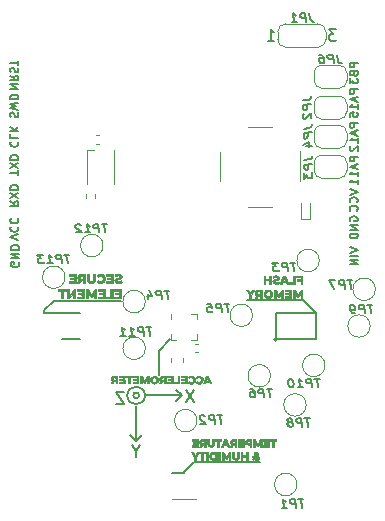
<source format=gbo>
G04 #@! TF.GenerationSoftware,KiCad,Pcbnew,(5.1.8)-1*
G04 #@! TF.CreationDate,2020-11-30T00:12:40+01:00*
G04 #@! TF.ProjectId,generic_node,67656e65-7269-4635-9f6e-6f64652e6b69,1.1*
G04 #@! TF.SameCoordinates,PX510ff40PY6422c40*
G04 #@! TF.FileFunction,Legend,Bot*
G04 #@! TF.FilePolarity,Positive*
%FSLAX46Y46*%
G04 Gerber Fmt 4.6, Leading zero omitted, Abs format (unit mm)*
G04 Created by KiCad (PCBNEW (5.1.8)-1) date 2020-11-30 00:12:40*
%MOMM*%
%LPD*%
G01*
G04 APERTURE LIST*
%ADD10C,0.175000*%
%ADD11C,0.150000*%
%ADD12C,0.200000*%
%ADD13C,0.010000*%
%ADD14C,0.120000*%
G04 APERTURE END LIST*
D10*
X-14666667Y6580417D02*
X-13966667Y6580417D01*
X-14666667Y6980417D01*
X-13966667Y6980417D01*
X-14666667Y7713750D02*
X-14333334Y7480417D01*
X-14666667Y7313750D02*
X-13966667Y7313750D01*
X-13966667Y7580417D01*
X-14000000Y7647084D01*
X-14033334Y7680417D01*
X-14100000Y7713750D01*
X-14200000Y7713750D01*
X-14266667Y7680417D01*
X-14300000Y7647084D01*
X-14333334Y7580417D01*
X-14333334Y7313750D01*
X-14633334Y7980417D02*
X-14666667Y8080417D01*
X-14666667Y8247084D01*
X-14633334Y8313750D01*
X-14600000Y8347084D01*
X-14533334Y8380417D01*
X-14466667Y8380417D01*
X-14400000Y8347084D01*
X-14366667Y8313750D01*
X-14333334Y8247084D01*
X-14300000Y8113750D01*
X-14266667Y8047084D01*
X-14233334Y8013750D01*
X-14166667Y7980417D01*
X-14100000Y7980417D01*
X-14033334Y8013750D01*
X-14000000Y8047084D01*
X-13966667Y8113750D01*
X-13966667Y8280417D01*
X-14000000Y8380417D01*
X-13966667Y8580417D02*
X-13966667Y8980417D01*
X-14666667Y8780417D02*
X-13966667Y8780417D01*
X-14633334Y4197084D02*
X-14666667Y4297084D01*
X-14666667Y4463750D01*
X-14633334Y4530417D01*
X-14600000Y4563750D01*
X-14533334Y4597084D01*
X-14466667Y4597084D01*
X-14400000Y4563750D01*
X-14366667Y4530417D01*
X-14333334Y4463750D01*
X-14300000Y4330417D01*
X-14266667Y4263750D01*
X-14233334Y4230417D01*
X-14166667Y4197084D01*
X-14100000Y4197084D01*
X-14033334Y4230417D01*
X-14000000Y4263750D01*
X-13966667Y4330417D01*
X-13966667Y4497084D01*
X-14000000Y4597084D01*
X-13966667Y4830417D02*
X-14666667Y4997084D01*
X-14166667Y5130417D01*
X-14666667Y5263750D01*
X-13966667Y5430417D01*
X-14666667Y5697084D02*
X-13966667Y5697084D01*
X-13966667Y5863750D01*
X-14000000Y5963750D01*
X-14066667Y6030417D01*
X-14133334Y6063750D01*
X-14266667Y6097084D01*
X-14366667Y6097084D01*
X-14500000Y6063750D01*
X-14566667Y6030417D01*
X-14633334Y5963750D01*
X-14666667Y5863750D01*
X-14666667Y5697084D01*
X-14600000Y2130417D02*
X-14633334Y2097084D01*
X-14666667Y1997084D01*
X-14666667Y1930417D01*
X-14633334Y1830417D01*
X-14566667Y1763750D01*
X-14500000Y1730417D01*
X-14366667Y1697084D01*
X-14266667Y1697084D01*
X-14133334Y1730417D01*
X-14066667Y1763750D01*
X-14000000Y1830417D01*
X-13966667Y1930417D01*
X-13966667Y1997084D01*
X-14000000Y2097084D01*
X-14033334Y2130417D01*
X-14666667Y2763750D02*
X-14666667Y2430417D01*
X-13966667Y2430417D01*
X-14666667Y2997084D02*
X-13966667Y2997084D01*
X-14666667Y3397084D02*
X-14266667Y3097084D01*
X-13966667Y3397084D02*
X-14366667Y2997084D01*
X-13966667Y-719583D02*
X-13966667Y-319583D01*
X-14666667Y-519583D02*
X-13966667Y-519583D01*
X-13966667Y-152916D02*
X-14666667Y313750D01*
X-13966667Y313750D02*
X-14666667Y-152916D01*
X-14666667Y580417D02*
X-13966667Y580417D01*
X-13966667Y747084D01*
X-14000000Y847084D01*
X-14066667Y913750D01*
X-14133334Y947084D01*
X-14266667Y980417D01*
X-14366667Y980417D01*
X-14500000Y947084D01*
X-14566667Y913750D01*
X-14633334Y847084D01*
X-14666667Y747084D01*
X-14666667Y580417D01*
X-14666667Y-2919583D02*
X-14333334Y-3152916D01*
X-14666667Y-3319583D02*
X-13966667Y-3319583D01*
X-13966667Y-3052916D01*
X-14000000Y-2986250D01*
X-14033334Y-2952916D01*
X-14100000Y-2919583D01*
X-14200000Y-2919583D01*
X-14266667Y-2952916D01*
X-14300000Y-2986250D01*
X-14333334Y-3052916D01*
X-14333334Y-3319583D01*
X-13966667Y-2686250D02*
X-14666667Y-2219583D01*
X-13966667Y-2219583D02*
X-14666667Y-2686250D01*
X-14666667Y-1952916D02*
X-13966667Y-1952916D01*
X-13966667Y-1786250D01*
X-14000000Y-1686250D01*
X-14066667Y-1619583D01*
X-14133334Y-1586250D01*
X-14266667Y-1552916D01*
X-14366667Y-1552916D01*
X-14500000Y-1586250D01*
X-14566667Y-1619583D01*
X-14633334Y-1686250D01*
X-14666667Y-1786250D01*
X-14666667Y-1952916D01*
X-13966667Y-6169583D02*
X-14666667Y-5936250D01*
X-13966667Y-5702916D01*
X-14600000Y-5069583D02*
X-14633334Y-5102916D01*
X-14666667Y-5202916D01*
X-14666667Y-5269583D01*
X-14633334Y-5369583D01*
X-14566667Y-5436250D01*
X-14500000Y-5469583D01*
X-14366667Y-5502916D01*
X-14266667Y-5502916D01*
X-14133334Y-5469583D01*
X-14066667Y-5436250D01*
X-14000000Y-5369583D01*
X-13966667Y-5269583D01*
X-13966667Y-5202916D01*
X-14000000Y-5102916D01*
X-14033334Y-5069583D01*
X-14600000Y-4369583D02*
X-14633334Y-4402916D01*
X-14666667Y-4502916D01*
X-14666667Y-4569583D01*
X-14633334Y-4669583D01*
X-14566667Y-4736250D01*
X-14500000Y-4769583D01*
X-14366667Y-4802916D01*
X-14266667Y-4802916D01*
X-14133334Y-4769583D01*
X-14066667Y-4736250D01*
X-14000000Y-4669583D01*
X-13966667Y-4569583D01*
X-13966667Y-4502916D01*
X-14000000Y-4402916D01*
X-14033334Y-4369583D01*
X-13950000Y-8102916D02*
X-13916667Y-8169583D01*
X-13916667Y-8269583D01*
X-13950000Y-8369583D01*
X-14016667Y-8436250D01*
X-14083334Y-8469583D01*
X-14216667Y-8502916D01*
X-14316667Y-8502916D01*
X-14450000Y-8469583D01*
X-14516667Y-8436250D01*
X-14583334Y-8369583D01*
X-14616667Y-8269583D01*
X-14616667Y-8202916D01*
X-14583334Y-8102916D01*
X-14550000Y-8069583D01*
X-14316667Y-8069583D01*
X-14316667Y-8202916D01*
X-14616667Y-7769583D02*
X-13916667Y-7769583D01*
X-14616667Y-7369583D01*
X-13916667Y-7369583D01*
X-14616667Y-7036250D02*
X-13916667Y-7036250D01*
X-13916667Y-6869583D01*
X-13950000Y-6769583D01*
X-14016667Y-6702916D01*
X-14083334Y-6669583D01*
X-14216667Y-6636250D01*
X-14316667Y-6636250D01*
X-14450000Y-6669583D01*
X-14516667Y-6702916D01*
X-14583334Y-6769583D01*
X-14616667Y-6869583D01*
X-14616667Y-7036250D01*
X14766666Y6535279D02*
X14066666Y6535279D01*
X14066666Y6268612D01*
X14100000Y6201946D01*
X14133333Y6168612D01*
X14200000Y6135279D01*
X14300000Y6135279D01*
X14366666Y6168612D01*
X14400000Y6201946D01*
X14433333Y6268612D01*
X14433333Y6535279D01*
X14566666Y5868612D02*
X14566666Y5535279D01*
X14766666Y5935279D02*
X14066666Y5701946D01*
X14766666Y5468612D01*
X14766666Y4868612D02*
X14766666Y5268612D01*
X14766666Y5068612D02*
X14066666Y5068612D01*
X14166666Y5135279D01*
X14233333Y5201946D01*
X14266666Y5268612D01*
X14066666Y4235279D02*
X14066666Y4568612D01*
X14400000Y4601946D01*
X14366666Y4568612D01*
X14333333Y4501946D01*
X14333333Y4335279D01*
X14366666Y4268612D01*
X14400000Y4235279D01*
X14466666Y4201946D01*
X14633333Y4201946D01*
X14700000Y4235279D01*
X14733333Y4268612D01*
X14766666Y4335279D01*
X14766666Y4501946D01*
X14733333Y4568612D01*
X14700000Y4601946D01*
X14766666Y8813750D02*
X14066666Y8813750D01*
X14066666Y8547084D01*
X14100000Y8480417D01*
X14133333Y8447084D01*
X14200000Y8413750D01*
X14300000Y8413750D01*
X14366666Y8447084D01*
X14400000Y8480417D01*
X14433333Y8547084D01*
X14433333Y8813750D01*
X14400000Y7880417D02*
X14433333Y7780417D01*
X14466666Y7747084D01*
X14533333Y7713750D01*
X14633333Y7713750D01*
X14700000Y7747084D01*
X14733333Y7780417D01*
X14766666Y7847084D01*
X14766666Y8113750D01*
X14066666Y8113750D01*
X14066666Y7880417D01*
X14100000Y7813750D01*
X14133333Y7780417D01*
X14200000Y7747084D01*
X14266666Y7747084D01*
X14333333Y7780417D01*
X14366666Y7813750D01*
X14400000Y7880417D01*
X14400000Y8113750D01*
X14066666Y7480417D02*
X14066666Y7047084D01*
X14333333Y7280417D01*
X14333333Y7180417D01*
X14366666Y7113750D01*
X14400000Y7080417D01*
X14466666Y7047084D01*
X14633333Y7047084D01*
X14700000Y7080417D01*
X14733333Y7113750D01*
X14766666Y7180417D01*
X14766666Y7380417D01*
X14733333Y7447084D01*
X14700000Y7480417D01*
X14766666Y3690141D02*
X14066666Y3690141D01*
X14066666Y3423474D01*
X14100000Y3356808D01*
X14133333Y3323474D01*
X14200000Y3290141D01*
X14300000Y3290141D01*
X14366666Y3323474D01*
X14400000Y3356808D01*
X14433333Y3423474D01*
X14433333Y3690141D01*
X14566666Y3023474D02*
X14566666Y2690141D01*
X14766666Y3090141D02*
X14066666Y2856808D01*
X14766666Y2623474D01*
X14766666Y2023474D02*
X14766666Y2423474D01*
X14766666Y2223474D02*
X14066666Y2223474D01*
X14166666Y2290141D01*
X14233333Y2356808D01*
X14266666Y2423474D01*
X14133333Y1756808D02*
X14100000Y1723474D01*
X14066666Y1656808D01*
X14066666Y1490141D01*
X14100000Y1423474D01*
X14133333Y1390141D01*
X14200000Y1356808D01*
X14266666Y1356808D01*
X14366666Y1390141D01*
X14766666Y1790141D01*
X14766666Y1356808D01*
X14766666Y845003D02*
X14066666Y845003D01*
X14066666Y578336D01*
X14100000Y511670D01*
X14133333Y478336D01*
X14200000Y445003D01*
X14300000Y445003D01*
X14366666Y478336D01*
X14400000Y511670D01*
X14433333Y578336D01*
X14433333Y845003D01*
X14566666Y178336D02*
X14566666Y-154997D01*
X14766666Y245003D02*
X14066666Y11670D01*
X14766666Y-221664D01*
X14766666Y-821664D02*
X14766666Y-421664D01*
X14766666Y-621664D02*
X14066666Y-621664D01*
X14166666Y-554997D01*
X14233333Y-488330D01*
X14266666Y-421664D01*
X14766666Y-1488330D02*
X14766666Y-1088330D01*
X14766666Y-1288330D02*
X14066666Y-1288330D01*
X14166666Y-1221664D01*
X14233333Y-1154997D01*
X14266666Y-1088330D01*
X14066666Y-1926385D02*
X14766666Y-2159719D01*
X14066666Y-2393052D01*
X14700000Y-3026385D02*
X14733333Y-2993052D01*
X14766666Y-2893052D01*
X14766666Y-2826385D01*
X14733333Y-2726385D01*
X14666666Y-2659719D01*
X14600000Y-2626385D01*
X14466666Y-2593052D01*
X14366666Y-2593052D01*
X14233333Y-2626385D01*
X14166666Y-2659719D01*
X14100000Y-2726385D01*
X14066666Y-2826385D01*
X14066666Y-2893052D01*
X14100000Y-2993052D01*
X14133333Y-3026385D01*
X14700000Y-3726385D02*
X14733333Y-3693052D01*
X14766666Y-3593052D01*
X14766666Y-3526385D01*
X14733333Y-3426385D01*
X14666666Y-3359719D01*
X14600000Y-3326385D01*
X14466666Y-3293052D01*
X14366666Y-3293052D01*
X14233333Y-3326385D01*
X14166666Y-3359719D01*
X14100000Y-3426385D01*
X14066666Y-3526385D01*
X14066666Y-3593052D01*
X14100000Y-3693052D01*
X14133333Y-3726385D01*
X14100000Y-4604857D02*
X14066666Y-4538191D01*
X14066666Y-4438191D01*
X14100000Y-4338191D01*
X14166666Y-4271524D01*
X14233333Y-4238191D01*
X14366666Y-4204857D01*
X14466666Y-4204857D01*
X14600000Y-4238191D01*
X14666666Y-4271524D01*
X14733333Y-4338191D01*
X14766666Y-4438191D01*
X14766666Y-4504857D01*
X14733333Y-4604857D01*
X14700000Y-4638191D01*
X14466666Y-4638191D01*
X14466666Y-4504857D01*
X14766666Y-4938191D02*
X14066666Y-4938191D01*
X14766666Y-5338191D01*
X14066666Y-5338191D01*
X14766666Y-5671524D02*
X14066666Y-5671524D01*
X14066666Y-5838191D01*
X14100000Y-5938191D01*
X14166666Y-6004857D01*
X14233333Y-6038191D01*
X14366666Y-6071524D01*
X14466666Y-6071524D01*
X14600000Y-6038191D01*
X14666666Y-6004857D01*
X14733333Y-5938191D01*
X14766666Y-5838191D01*
X14766666Y-5671524D01*
X14066666Y-6833333D02*
X14766666Y-7066666D01*
X14066666Y-7300000D01*
X14766666Y-7533333D02*
X14066666Y-7533333D01*
X14766666Y-7866666D02*
X14066666Y-7866666D01*
X14766666Y-8266666D01*
X14066666Y-8266666D01*
D11*
X900000Y-25000000D02*
X6450000Y-25000000D01*
X0Y-25900000D02*
X-1000000Y-25900000D01*
X0Y-25900000D02*
X900000Y-25000000D01*
X-2100000Y-15600000D02*
X-2100000Y-17650000D01*
X-1100000Y-14600000D02*
X-2100000Y-15600000D01*
X-11000000Y-11350000D02*
X-5300000Y-11350000D01*
X10100000Y-11300000D02*
X5350000Y-11300000D01*
X10800000Y-12000000D02*
X10100000Y-11300000D01*
X-11800000Y-12150000D02*
X-11000000Y-11350000D01*
X-11800000Y-12350000D02*
X-11800000Y-12150000D01*
X10800000Y-12000000D02*
X11200000Y-12400000D01*
D12*
X-4013000Y-24099190D02*
X-4013000Y-24575380D01*
X-3679667Y-23575380D02*
X-4013000Y-24099190D01*
X-4346334Y-23575380D01*
X201666Y-19887619D02*
X868333Y-18887619D01*
X868333Y-19887619D02*
X201666Y-18887619D01*
D11*
X-4001975Y-23221554D02*
X-3501974Y-22721553D01*
X-4001975Y-23221554D02*
X-4501975Y-22721553D01*
X-157000Y-19368000D02*
X-657000Y-19868000D01*
X-157000Y-19368000D02*
X-656999Y-18868000D01*
X-4001975Y-20221553D02*
X-4001975Y-23221554D01*
X-3157000Y-19368000D02*
X-157000Y-19368000D01*
D12*
X-5016667Y-19052380D02*
X-5683334Y-19052380D01*
X-5016667Y-20052380D01*
X-5683334Y-20052380D01*
D11*
X-3257000Y-19368000D02*
G75*
G03*
X-3257000Y-19368000I-750000J0D01*
G01*
X-3757000Y-19368000D02*
G75*
G03*
X-3757000Y-19368000I-250000J0D01*
G01*
D13*
G36*
X-5848666Y-10524133D02*
G01*
X-5450733Y-10524133D01*
X-5450733Y-10693467D01*
X-5797866Y-10693467D01*
X-5797866Y-10820467D01*
X-5450733Y-10820467D01*
X-5450733Y-11006733D01*
X-5857133Y-11006733D01*
X-5857133Y-11142200D01*
X-5281400Y-11142200D01*
X-5281400Y-10388666D01*
X-5848666Y-10388666D01*
X-5848666Y-10524133D01*
G37*
X-5848666Y-10524133D02*
X-5450733Y-10524133D01*
X-5450733Y-10693467D01*
X-5797866Y-10693467D01*
X-5797866Y-10820467D01*
X-5450733Y-10820467D01*
X-5450733Y-11006733D01*
X-5857133Y-11006733D01*
X-5857133Y-11142200D01*
X-5281400Y-11142200D01*
X-5281400Y-10388666D01*
X-5848666Y-10388666D01*
X-5848666Y-10524133D01*
G36*
X-6178867Y-10998267D02*
G01*
X-6551400Y-10998267D01*
X-6551400Y-11142200D01*
X-6001067Y-11142200D01*
X-6001067Y-10388666D01*
X-6178867Y-10388666D01*
X-6178867Y-10998267D01*
G37*
X-6178867Y-10998267D02*
X-6551400Y-10998267D01*
X-6551400Y-11142200D01*
X-6001067Y-11142200D01*
X-6001067Y-10388666D01*
X-6178867Y-10388666D01*
X-6178867Y-10998267D01*
G36*
X-7228733Y-10524133D02*
G01*
X-6830800Y-10524133D01*
X-6830800Y-10693467D01*
X-7177933Y-10693467D01*
X-7177933Y-10820467D01*
X-6830800Y-10820467D01*
X-6830800Y-11006733D01*
X-7237200Y-11006733D01*
X-7237200Y-11142200D01*
X-6653000Y-11142200D01*
X-6653000Y-10388666D01*
X-7228733Y-10388666D01*
X-7228733Y-10524133D01*
G37*
X-7228733Y-10524133D02*
X-6830800Y-10524133D01*
X-6830800Y-10693467D01*
X-7177933Y-10693467D01*
X-7177933Y-10820467D01*
X-6830800Y-10820467D01*
X-6830800Y-11006733D01*
X-7237200Y-11006733D01*
X-7237200Y-11142200D01*
X-6653000Y-11142200D01*
X-6653000Y-10388666D01*
X-7228733Y-10388666D01*
X-7228733Y-10524133D01*
G36*
X-7454636Y-10390454D02*
G01*
X-7528140Y-10392900D01*
X-7664186Y-10618723D01*
X-7697919Y-10674609D01*
X-7728934Y-10725787D01*
X-7756133Y-10770462D01*
X-7778418Y-10806839D01*
X-7794693Y-10833123D01*
X-7803859Y-10847518D01*
X-7805391Y-10849659D01*
X-7810778Y-10843911D01*
X-7823646Y-10825222D01*
X-7842940Y-10795278D01*
X-7867601Y-10755760D01*
X-7896575Y-10708353D01*
X-7928805Y-10654741D01*
X-7948423Y-10621719D01*
X-8086298Y-10388666D01*
X-8227800Y-10388666D01*
X-8227800Y-11142200D01*
X-8067210Y-11142200D01*
X-8062700Y-10693130D01*
X-7954583Y-10875331D01*
X-7846466Y-11057533D01*
X-7764680Y-11057533D01*
X-7655456Y-10877617D01*
X-7546233Y-10697700D01*
X-7541719Y-11142200D01*
X-7381133Y-11142200D01*
X-7381133Y-10388007D01*
X-7454636Y-10390454D01*
G37*
X-7454636Y-10390454D02*
X-7528140Y-10392900D01*
X-7664186Y-10618723D01*
X-7697919Y-10674609D01*
X-7728934Y-10725787D01*
X-7756133Y-10770462D01*
X-7778418Y-10806839D01*
X-7794693Y-10833123D01*
X-7803859Y-10847518D01*
X-7805391Y-10849659D01*
X-7810778Y-10843911D01*
X-7823646Y-10825222D01*
X-7842940Y-10795278D01*
X-7867601Y-10755760D01*
X-7896575Y-10708353D01*
X-7928805Y-10654741D01*
X-7948423Y-10621719D01*
X-8086298Y-10388666D01*
X-8227800Y-10388666D01*
X-8227800Y-11142200D01*
X-8067210Y-11142200D01*
X-8062700Y-10693130D01*
X-7954583Y-10875331D01*
X-7846466Y-11057533D01*
X-7764680Y-11057533D01*
X-7655456Y-10877617D01*
X-7546233Y-10697700D01*
X-7541719Y-11142200D01*
X-7381133Y-11142200D01*
X-7381133Y-10388007D01*
X-7454636Y-10390454D01*
G36*
X-8981333Y-10524133D02*
G01*
X-8583400Y-10524133D01*
X-8583400Y-10693467D01*
X-8939000Y-10693467D01*
X-8939000Y-10820123D01*
X-8763316Y-10822411D01*
X-8587633Y-10824700D01*
X-8587633Y-11002500D01*
X-8792950Y-11004767D01*
X-8998266Y-11007034D01*
X-8998266Y-11142200D01*
X-8414066Y-11142200D01*
X-8414066Y-10388666D01*
X-8981333Y-10388666D01*
X-8981333Y-10524133D01*
G37*
X-8981333Y-10524133D02*
X-8583400Y-10524133D01*
X-8583400Y-10693467D01*
X-8939000Y-10693467D01*
X-8939000Y-10820123D01*
X-8763316Y-10822411D01*
X-8587633Y-10824700D01*
X-8587633Y-11002500D01*
X-8792950Y-11004767D01*
X-8998266Y-11007034D01*
X-8998266Y-11142200D01*
X-8414066Y-11142200D01*
X-8414066Y-10388666D01*
X-8981333Y-10388666D01*
X-8981333Y-10524133D01*
G36*
X-9469331Y-10614950D02*
G01*
X-9654433Y-10841233D01*
X-9656688Y-10614950D01*
X-9658943Y-10388666D01*
X-9828000Y-10388666D01*
X-9828000Y-11142200D01*
X-9758150Y-11141958D01*
X-9688300Y-11141717D01*
X-9502033Y-10913809D01*
X-9315767Y-10685902D01*
X-9311261Y-11142200D01*
X-9142200Y-11142200D01*
X-9142200Y-10388666D01*
X-9284228Y-10388666D01*
X-9469331Y-10614950D01*
G37*
X-9469331Y-10614950D02*
X-9654433Y-10841233D01*
X-9656688Y-10614950D01*
X-9658943Y-10388666D01*
X-9828000Y-10388666D01*
X-9828000Y-11142200D01*
X-9758150Y-11141958D01*
X-9688300Y-11141717D01*
X-9502033Y-10913809D01*
X-9315767Y-10685902D01*
X-9311261Y-11142200D01*
X-9142200Y-11142200D01*
X-9142200Y-10388666D01*
X-9284228Y-10388666D01*
X-9469331Y-10614950D01*
G36*
X-10581533Y-10524133D02*
G01*
X-10344467Y-10524133D01*
X-10344467Y-11142200D01*
X-10166667Y-11142200D01*
X-10166667Y-10524133D01*
X-9929600Y-10524133D01*
X-9929600Y-10388666D01*
X-10581533Y-10388666D01*
X-10581533Y-10524133D01*
G37*
X-10581533Y-10524133D02*
X-10344467Y-10524133D01*
X-10344467Y-11142200D01*
X-10166667Y-11142200D01*
X-10166667Y-10524133D01*
X-9929600Y-10524133D01*
X-9929600Y-10388666D01*
X-10581533Y-10388666D01*
X-10581533Y-10524133D01*
G36*
X-5600153Y-9077981D02*
G01*
X-5668556Y-9085773D01*
X-5730043Y-9101937D01*
X-5765051Y-9115783D01*
X-5812669Y-9136956D01*
X-5760079Y-9269410D01*
X-5728431Y-9253265D01*
X-5679238Y-9233595D01*
X-5622288Y-9219197D01*
X-5566456Y-9212164D01*
X-5552615Y-9211800D01*
X-5496452Y-9216207D01*
X-5453635Y-9229226D01*
X-5424685Y-9250548D01*
X-5410125Y-9279867D01*
X-5408400Y-9296630D01*
X-5410183Y-9316011D01*
X-5416820Y-9332086D01*
X-5430237Y-9345938D01*
X-5452366Y-9358651D01*
X-5485133Y-9371308D01*
X-5530468Y-9384991D01*
X-5590300Y-9400784D01*
X-5596838Y-9402441D01*
X-5657906Y-9419154D01*
X-5705337Y-9435381D01*
X-5742318Y-9452538D01*
X-5772039Y-9472045D01*
X-5791384Y-9488974D01*
X-5820458Y-9525157D01*
X-5836972Y-9566621D01*
X-5842590Y-9617696D01*
X-5842619Y-9622270D01*
X-5834902Y-9678684D01*
X-5812625Y-9728481D01*
X-5777104Y-9770943D01*
X-5729651Y-9805353D01*
X-5671580Y-9830993D01*
X-5604204Y-9847146D01*
X-5528838Y-9853094D01*
X-5446794Y-9848120D01*
X-5432695Y-9846198D01*
X-5394321Y-9838670D01*
X-5353243Y-9827502D01*
X-5312748Y-9813982D01*
X-5276121Y-9799401D01*
X-5246647Y-9785048D01*
X-5227614Y-9772212D01*
X-5222098Y-9763559D01*
X-5225328Y-9753651D01*
X-5233913Y-9732520D01*
X-5246146Y-9704332D01*
X-5249031Y-9697878D01*
X-5275999Y-9637856D01*
X-5310449Y-9657726D01*
X-5380210Y-9688704D01*
X-5458342Y-9706773D01*
X-5524429Y-9711333D01*
X-5581777Y-9708100D01*
X-5624167Y-9698100D01*
X-5652350Y-9680880D01*
X-5667079Y-9655991D01*
X-5669257Y-9624429D01*
X-5661560Y-9601517D01*
X-5642269Y-9581871D01*
X-5609794Y-9564467D01*
X-5562542Y-9548284D01*
X-5541957Y-9542651D01*
X-5476781Y-9525369D01*
X-5425657Y-9510909D01*
X-5386137Y-9498294D01*
X-5355773Y-9486546D01*
X-5332116Y-9474685D01*
X-5312717Y-9461734D01*
X-5295128Y-9446714D01*
X-5290292Y-9442099D01*
X-5265932Y-9416256D01*
X-5251253Y-9393424D01*
X-5242229Y-9366675D01*
X-5239624Y-9354924D01*
X-5234694Y-9293578D01*
X-5245636Y-9237523D01*
X-5271987Y-9187594D01*
X-5313284Y-9144622D01*
X-5369062Y-9109442D01*
X-5378721Y-9104856D01*
X-5405855Y-9093669D01*
X-5432114Y-9086253D01*
X-5462818Y-9081597D01*
X-5503286Y-9078692D01*
X-5520597Y-9077908D01*
X-5600153Y-9077981D01*
G37*
X-5600153Y-9077981D02*
X-5668556Y-9085773D01*
X-5730043Y-9101937D01*
X-5765051Y-9115783D01*
X-5812669Y-9136956D01*
X-5760079Y-9269410D01*
X-5728431Y-9253265D01*
X-5679238Y-9233595D01*
X-5622288Y-9219197D01*
X-5566456Y-9212164D01*
X-5552615Y-9211800D01*
X-5496452Y-9216207D01*
X-5453635Y-9229226D01*
X-5424685Y-9250548D01*
X-5410125Y-9279867D01*
X-5408400Y-9296630D01*
X-5410183Y-9316011D01*
X-5416820Y-9332086D01*
X-5430237Y-9345938D01*
X-5452366Y-9358651D01*
X-5485133Y-9371308D01*
X-5530468Y-9384991D01*
X-5590300Y-9400784D01*
X-5596838Y-9402441D01*
X-5657906Y-9419154D01*
X-5705337Y-9435381D01*
X-5742318Y-9452538D01*
X-5772039Y-9472045D01*
X-5791384Y-9488974D01*
X-5820458Y-9525157D01*
X-5836972Y-9566621D01*
X-5842590Y-9617696D01*
X-5842619Y-9622270D01*
X-5834902Y-9678684D01*
X-5812625Y-9728481D01*
X-5777104Y-9770943D01*
X-5729651Y-9805353D01*
X-5671580Y-9830993D01*
X-5604204Y-9847146D01*
X-5528838Y-9853094D01*
X-5446794Y-9848120D01*
X-5432695Y-9846198D01*
X-5394321Y-9838670D01*
X-5353243Y-9827502D01*
X-5312748Y-9813982D01*
X-5276121Y-9799401D01*
X-5246647Y-9785048D01*
X-5227614Y-9772212D01*
X-5222098Y-9763559D01*
X-5225328Y-9753651D01*
X-5233913Y-9732520D01*
X-5246146Y-9704332D01*
X-5249031Y-9697878D01*
X-5275999Y-9637856D01*
X-5310449Y-9657726D01*
X-5380210Y-9688704D01*
X-5458342Y-9706773D01*
X-5524429Y-9711333D01*
X-5581777Y-9708100D01*
X-5624167Y-9698100D01*
X-5652350Y-9680880D01*
X-5667079Y-9655991D01*
X-5669257Y-9624429D01*
X-5661560Y-9601517D01*
X-5642269Y-9581871D01*
X-5609794Y-9564467D01*
X-5562542Y-9548284D01*
X-5541957Y-9542651D01*
X-5476781Y-9525369D01*
X-5425657Y-9510909D01*
X-5386137Y-9498294D01*
X-5355773Y-9486546D01*
X-5332116Y-9474685D01*
X-5312717Y-9461734D01*
X-5295128Y-9446714D01*
X-5290292Y-9442099D01*
X-5265932Y-9416256D01*
X-5251253Y-9393424D01*
X-5242229Y-9366675D01*
X-5239624Y-9354924D01*
X-5234694Y-9293578D01*
X-5245636Y-9237523D01*
X-5271987Y-9187594D01*
X-5313284Y-9144622D01*
X-5369062Y-9109442D01*
X-5378721Y-9104856D01*
X-5405855Y-9093669D01*
X-5432114Y-9086253D01*
X-5462818Y-9081597D01*
X-5503286Y-9078692D01*
X-5520597Y-9077908D01*
X-5600153Y-9077981D01*
G36*
X-7138012Y-9082689D02*
G01*
X-7211865Y-9101127D01*
X-7276182Y-9131160D01*
X-7329055Y-9172097D01*
X-7334253Y-9177407D01*
X-7359340Y-9203791D01*
X-7306965Y-9256165D01*
X-7254591Y-9308540D01*
X-7231079Y-9286328D01*
X-7190983Y-9254959D01*
X-7147728Y-9235415D01*
X-7096721Y-9226044D01*
X-7059400Y-9224619D01*
X-7020570Y-9225501D01*
X-6992478Y-9228810D01*
X-6968971Y-9235764D01*
X-6944086Y-9247486D01*
X-6892372Y-9283154D01*
X-6854508Y-9328533D01*
X-6830594Y-9383448D01*
X-6820730Y-9447728D01*
X-6820452Y-9461567D01*
X-6827702Y-9528141D01*
X-6848685Y-9585691D01*
X-6882246Y-9633052D01*
X-6927234Y-9669062D01*
X-6982493Y-9692557D01*
X-7046872Y-9702373D01*
X-7059400Y-9702598D01*
X-7115403Y-9698384D01*
X-7161759Y-9684632D01*
X-7203969Y-9659365D01*
X-7222785Y-9643970D01*
X-7253830Y-9616712D01*
X-7304782Y-9665311D01*
X-7328210Y-9688512D01*
X-7345954Y-9707712D01*
X-7355099Y-9719695D01*
X-7355733Y-9721493D01*
X-7349260Y-9733155D01*
X-7332277Y-9750749D01*
X-7308444Y-9770930D01*
X-7281417Y-9790351D01*
X-7278083Y-9792504D01*
X-7225094Y-9818598D01*
X-7161441Y-9837763D01*
X-7092278Y-9849109D01*
X-7022760Y-9851746D01*
X-6966267Y-9846310D01*
X-6912518Y-9831411D01*
X-6855366Y-9806148D01*
X-6801290Y-9773905D01*
X-6756774Y-9738066D01*
X-6754358Y-9735684D01*
X-6706430Y-9676224D01*
X-6671919Y-9608632D01*
X-6651127Y-9535494D01*
X-6644360Y-9459396D01*
X-6651923Y-9382923D01*
X-6674120Y-9308660D01*
X-6698281Y-9259797D01*
X-6726087Y-9222003D01*
X-6764309Y-9182853D01*
X-6807590Y-9147155D01*
X-6850574Y-9119713D01*
X-6859283Y-9115344D01*
X-6903508Y-9096922D01*
X-6946657Y-9085077D01*
X-6994531Y-9078668D01*
X-7052935Y-9076554D01*
X-7056529Y-9076540D01*
X-7138012Y-9082689D01*
G37*
X-7138012Y-9082689D02*
X-7211865Y-9101127D01*
X-7276182Y-9131160D01*
X-7329055Y-9172097D01*
X-7334253Y-9177407D01*
X-7359340Y-9203791D01*
X-7306965Y-9256165D01*
X-7254591Y-9308540D01*
X-7231079Y-9286328D01*
X-7190983Y-9254959D01*
X-7147728Y-9235415D01*
X-7096721Y-9226044D01*
X-7059400Y-9224619D01*
X-7020570Y-9225501D01*
X-6992478Y-9228810D01*
X-6968971Y-9235764D01*
X-6944086Y-9247486D01*
X-6892372Y-9283154D01*
X-6854508Y-9328533D01*
X-6830594Y-9383448D01*
X-6820730Y-9447728D01*
X-6820452Y-9461567D01*
X-6827702Y-9528141D01*
X-6848685Y-9585691D01*
X-6882246Y-9633052D01*
X-6927234Y-9669062D01*
X-6982493Y-9692557D01*
X-7046872Y-9702373D01*
X-7059400Y-9702598D01*
X-7115403Y-9698384D01*
X-7161759Y-9684632D01*
X-7203969Y-9659365D01*
X-7222785Y-9643970D01*
X-7253830Y-9616712D01*
X-7304782Y-9665311D01*
X-7328210Y-9688512D01*
X-7345954Y-9707712D01*
X-7355099Y-9719695D01*
X-7355733Y-9721493D01*
X-7349260Y-9733155D01*
X-7332277Y-9750749D01*
X-7308444Y-9770930D01*
X-7281417Y-9790351D01*
X-7278083Y-9792504D01*
X-7225094Y-9818598D01*
X-7161441Y-9837763D01*
X-7092278Y-9849109D01*
X-7022760Y-9851746D01*
X-6966267Y-9846310D01*
X-6912518Y-9831411D01*
X-6855366Y-9806148D01*
X-6801290Y-9773905D01*
X-6756774Y-9738066D01*
X-6754358Y-9735684D01*
X-6706430Y-9676224D01*
X-6671919Y-9608632D01*
X-6651127Y-9535494D01*
X-6644360Y-9459396D01*
X-6651923Y-9382923D01*
X-6674120Y-9308660D01*
X-6698281Y-9259797D01*
X-6726087Y-9222003D01*
X-6764309Y-9182853D01*
X-6807590Y-9147155D01*
X-6850574Y-9119713D01*
X-6859283Y-9115344D01*
X-6903508Y-9096922D01*
X-6946657Y-9085077D01*
X-6994531Y-9078668D01*
X-7052935Y-9076554D01*
X-7056529Y-9076540D01*
X-7138012Y-9082689D01*
G36*
X-7645253Y-9336683D02*
G01*
X-7646042Y-9408865D01*
X-7646866Y-9466170D01*
X-7647879Y-9510655D01*
X-7649235Y-9544377D01*
X-7651086Y-9569393D01*
X-7653587Y-9587758D01*
X-7656891Y-9601530D01*
X-7661151Y-9612764D01*
X-7666521Y-9623518D01*
X-7666691Y-9623837D01*
X-7688443Y-9657447D01*
X-7713525Y-9679754D01*
X-7745681Y-9692671D01*
X-7788654Y-9698113D01*
X-7812933Y-9698633D01*
X-7862101Y-9695972D01*
X-7898739Y-9686711D01*
X-7926592Y-9668936D01*
X-7949402Y-9640733D01*
X-7959175Y-9623837D01*
X-7964579Y-9613066D01*
X-7968868Y-9601874D01*
X-7972197Y-9588203D01*
X-7974719Y-9569996D01*
X-7976586Y-9545198D01*
X-7977954Y-9511752D01*
X-7978975Y-9467600D01*
X-7979802Y-9410687D01*
X-7980590Y-9338957D01*
X-7980614Y-9336683D01*
X-7983194Y-9084800D01*
X-8152689Y-9084800D01*
X-8149863Y-9349383D01*
X-8149013Y-9423800D01*
X-8148128Y-9483366D01*
X-8147063Y-9530167D01*
X-8145673Y-9566285D01*
X-8143811Y-9593804D01*
X-8141333Y-9614807D01*
X-8138093Y-9631377D01*
X-8133945Y-9645599D01*
X-8128744Y-9659554D01*
X-8128084Y-9661205D01*
X-8094474Y-9723663D01*
X-8048618Y-9774496D01*
X-7990975Y-9813274D01*
X-7945056Y-9832614D01*
X-7911173Y-9840874D01*
X-7867374Y-9847260D01*
X-7820523Y-9851168D01*
X-7777482Y-9851991D01*
X-7749433Y-9849877D01*
X-7673818Y-9831303D01*
X-7609603Y-9800640D01*
X-7557215Y-9758230D01*
X-7517084Y-9704412D01*
X-7491265Y-9644825D01*
X-7486349Y-9627987D01*
X-7482475Y-9610682D01*
X-7479523Y-9590702D01*
X-7477368Y-9565838D01*
X-7475888Y-9533883D01*
X-7474963Y-9492627D01*
X-7474468Y-9439862D01*
X-7474282Y-9373380D01*
X-7474267Y-9337908D01*
X-7474267Y-9084800D01*
X-7642672Y-9084800D01*
X-7645253Y-9336683D01*
G37*
X-7645253Y-9336683D02*
X-7646042Y-9408865D01*
X-7646866Y-9466170D01*
X-7647879Y-9510655D01*
X-7649235Y-9544377D01*
X-7651086Y-9569393D01*
X-7653587Y-9587758D01*
X-7656891Y-9601530D01*
X-7661151Y-9612764D01*
X-7666521Y-9623518D01*
X-7666691Y-9623837D01*
X-7688443Y-9657447D01*
X-7713525Y-9679754D01*
X-7745681Y-9692671D01*
X-7788654Y-9698113D01*
X-7812933Y-9698633D01*
X-7862101Y-9695972D01*
X-7898739Y-9686711D01*
X-7926592Y-9668936D01*
X-7949402Y-9640733D01*
X-7959175Y-9623837D01*
X-7964579Y-9613066D01*
X-7968868Y-9601874D01*
X-7972197Y-9588203D01*
X-7974719Y-9569996D01*
X-7976586Y-9545198D01*
X-7977954Y-9511752D01*
X-7978975Y-9467600D01*
X-7979802Y-9410687D01*
X-7980590Y-9338957D01*
X-7980614Y-9336683D01*
X-7983194Y-9084800D01*
X-8152689Y-9084800D01*
X-8149863Y-9349383D01*
X-8149013Y-9423800D01*
X-8148128Y-9483366D01*
X-8147063Y-9530167D01*
X-8145673Y-9566285D01*
X-8143811Y-9593804D01*
X-8141333Y-9614807D01*
X-8138093Y-9631377D01*
X-8133945Y-9645599D01*
X-8128744Y-9659554D01*
X-8128084Y-9661205D01*
X-8094474Y-9723663D01*
X-8048618Y-9774496D01*
X-7990975Y-9813274D01*
X-7945056Y-9832614D01*
X-7911173Y-9840874D01*
X-7867374Y-9847260D01*
X-7820523Y-9851168D01*
X-7777482Y-9851991D01*
X-7749433Y-9849877D01*
X-7673818Y-9831303D01*
X-7609603Y-9800640D01*
X-7557215Y-9758230D01*
X-7517084Y-9704412D01*
X-7491265Y-9644825D01*
X-7486349Y-9627987D01*
X-7482475Y-9610682D01*
X-7479523Y-9590702D01*
X-7477368Y-9565838D01*
X-7475888Y-9533883D01*
X-7474963Y-9492627D01*
X-7474468Y-9439862D01*
X-7474282Y-9373380D01*
X-7474267Y-9337908D01*
X-7474267Y-9084800D01*
X-7642672Y-9084800D01*
X-7645253Y-9336683D01*
G36*
X-6534466Y-9219954D02*
G01*
X-6337617Y-9222227D01*
X-6140767Y-9224500D01*
X-6138343Y-9307050D01*
X-6135920Y-9389600D01*
X-6492133Y-9389600D01*
X-6492133Y-9525067D01*
X-6136533Y-9525067D01*
X-6136533Y-9702867D01*
X-6551400Y-9702867D01*
X-6551400Y-9838333D01*
X-5967200Y-9838333D01*
X-5967200Y-9084800D01*
X-6534466Y-9084800D01*
X-6534466Y-9219954D01*
G37*
X-6534466Y-9219954D02*
X-6337617Y-9222227D01*
X-6140767Y-9224500D01*
X-6138343Y-9307050D01*
X-6135920Y-9389600D01*
X-6492133Y-9389600D01*
X-6492133Y-9525067D01*
X-6136533Y-9525067D01*
X-6136533Y-9702867D01*
X-6551400Y-9702867D01*
X-6551400Y-9838333D01*
X-5967200Y-9838333D01*
X-5967200Y-9084800D01*
X-6534466Y-9084800D01*
X-6534466Y-9219954D01*
G36*
X-8513550Y-9084947D02*
G01*
X-8598890Y-9085811D01*
X-8669536Y-9088584D01*
X-8727669Y-9093759D01*
X-8775468Y-9101831D01*
X-8815116Y-9113292D01*
X-8848790Y-9128636D01*
X-8878674Y-9148359D01*
X-8906945Y-9172952D01*
X-8908401Y-9174362D01*
X-8945696Y-9221885D01*
X-8969404Y-9278906D01*
X-8979404Y-9339298D01*
X-8976830Y-9406395D01*
X-8959717Y-9467213D01*
X-8928920Y-9519976D01*
X-8885297Y-9562907D01*
X-8864771Y-9576736D01*
X-8844905Y-9588754D01*
X-8832253Y-9596543D01*
X-8830383Y-9597759D01*
X-8833988Y-9605012D01*
X-8845754Y-9623720D01*
X-8864106Y-9651483D01*
X-8887468Y-9685902D01*
X-8903043Y-9708472D01*
X-8929429Y-9746594D01*
X-8952606Y-9780276D01*
X-8970748Y-9806852D01*
X-8982031Y-9823656D01*
X-8984643Y-9827750D01*
X-8983701Y-9832580D01*
X-8972782Y-9835753D01*
X-8949771Y-9837526D01*
X-8912553Y-9838156D01*
X-8899283Y-9838163D01*
X-8807766Y-9837993D01*
X-8735770Y-9734446D01*
X-8663774Y-9630900D01*
X-8502966Y-9630900D01*
X-8500589Y-9734617D01*
X-8498212Y-9838333D01*
X-8329400Y-9838333D01*
X-8329400Y-9228733D01*
X-8498733Y-9228733D01*
X-8498733Y-9491200D01*
X-8598216Y-9491014D01*
X-8645650Y-9490331D01*
X-8680217Y-9488163D01*
X-8705956Y-9484017D01*
X-8726905Y-9477404D01*
X-8733508Y-9474573D01*
X-8769461Y-9450995D01*
X-8792213Y-9418179D01*
X-8802611Y-9374669D01*
X-8803502Y-9354266D01*
X-8801947Y-9323015D01*
X-8795747Y-9301196D01*
X-8782677Y-9281481D01*
X-8780645Y-9279032D01*
X-8761388Y-9259332D01*
X-8739946Y-9245386D01*
X-8713062Y-9236282D01*
X-8677476Y-9231110D01*
X-8629928Y-9228960D01*
X-8600605Y-9228733D01*
X-8498733Y-9228733D01*
X-8329400Y-9228733D01*
X-8329400Y-9084800D01*
X-8513550Y-9084947D01*
G37*
X-8513550Y-9084947D02*
X-8598890Y-9085811D01*
X-8669536Y-9088584D01*
X-8727669Y-9093759D01*
X-8775468Y-9101831D01*
X-8815116Y-9113292D01*
X-8848790Y-9128636D01*
X-8878674Y-9148359D01*
X-8906945Y-9172952D01*
X-8908401Y-9174362D01*
X-8945696Y-9221885D01*
X-8969404Y-9278906D01*
X-8979404Y-9339298D01*
X-8976830Y-9406395D01*
X-8959717Y-9467213D01*
X-8928920Y-9519976D01*
X-8885297Y-9562907D01*
X-8864771Y-9576736D01*
X-8844905Y-9588754D01*
X-8832253Y-9596543D01*
X-8830383Y-9597759D01*
X-8833988Y-9605012D01*
X-8845754Y-9623720D01*
X-8864106Y-9651483D01*
X-8887468Y-9685902D01*
X-8903043Y-9708472D01*
X-8929429Y-9746594D01*
X-8952606Y-9780276D01*
X-8970748Y-9806852D01*
X-8982031Y-9823656D01*
X-8984643Y-9827750D01*
X-8983701Y-9832580D01*
X-8972782Y-9835753D01*
X-8949771Y-9837526D01*
X-8912553Y-9838156D01*
X-8899283Y-9838163D01*
X-8807766Y-9837993D01*
X-8735770Y-9734446D01*
X-8663774Y-9630900D01*
X-8502966Y-9630900D01*
X-8500589Y-9734617D01*
X-8498212Y-9838333D01*
X-8329400Y-9838333D01*
X-8329400Y-9228733D01*
X-8498733Y-9228733D01*
X-8498733Y-9491200D01*
X-8598216Y-9491014D01*
X-8645650Y-9490331D01*
X-8680217Y-9488163D01*
X-8705956Y-9484017D01*
X-8726905Y-9477404D01*
X-8733508Y-9474573D01*
X-8769461Y-9450995D01*
X-8792213Y-9418179D01*
X-8802611Y-9374669D01*
X-8803502Y-9354266D01*
X-8801947Y-9323015D01*
X-8795747Y-9301196D01*
X-8782677Y-9281481D01*
X-8780645Y-9279032D01*
X-8761388Y-9259332D01*
X-8739946Y-9245386D01*
X-8713062Y-9236282D01*
X-8677476Y-9231110D01*
X-8629928Y-9228960D01*
X-8600605Y-9228733D01*
X-8498733Y-9228733D01*
X-8329400Y-9228733D01*
X-8329400Y-9084800D01*
X-8513550Y-9084947D01*
G36*
X-9692533Y-9219954D02*
G01*
X-9298833Y-9224500D01*
X-9293987Y-9389600D01*
X-9641733Y-9389600D01*
X-9641733Y-9525067D01*
X-9294600Y-9525067D01*
X-9294600Y-9702867D01*
X-9709467Y-9702867D01*
X-9709467Y-9838333D01*
X-9125267Y-9838333D01*
X-9125267Y-9084800D01*
X-9692533Y-9084800D01*
X-9692533Y-9219954D01*
G37*
X-9692533Y-9219954D02*
X-9298833Y-9224500D01*
X-9293987Y-9389600D01*
X-9641733Y-9389600D01*
X-9641733Y-9525067D01*
X-9294600Y-9525067D01*
X-9294600Y-9702867D01*
X-9709467Y-9702867D01*
X-9709467Y-9838333D01*
X-9125267Y-9838333D01*
X-9125267Y-9084800D01*
X-9692533Y-9084800D01*
X-9692533Y-9219954D01*
G36*
X6063788Y-24175598D02*
G01*
X6007247Y-24199509D01*
X5970252Y-24238752D01*
X5953485Y-24292798D01*
X5952500Y-24312202D01*
X5955163Y-24342964D01*
X5966118Y-24368689D01*
X5989820Y-24397391D01*
X6012080Y-24419440D01*
X6071659Y-24476527D01*
X6016969Y-24525060D01*
X5985836Y-24550231D01*
X5961757Y-24565242D01*
X5952017Y-24567251D01*
X5942241Y-24551432D01*
X5933419Y-24522954D01*
X5924759Y-24496371D01*
X5915461Y-24485005D01*
X5915287Y-24485000D01*
X5898600Y-24488681D01*
X5869466Y-24497354D01*
X5838993Y-24507458D01*
X5818290Y-24515433D01*
X5815529Y-24516965D01*
X5817710Y-24529288D01*
X5826995Y-24558617D01*
X5839533Y-24593596D01*
X5867159Y-24667433D01*
X5796807Y-24723529D01*
X5868191Y-24812991D01*
X5909364Y-24781587D01*
X5950538Y-24750182D01*
X6005494Y-24778244D01*
X6065055Y-24799274D01*
X6135785Y-24810373D01*
X6206984Y-24810769D01*
X6267952Y-24799693D01*
X6274016Y-24797577D01*
X6334380Y-24766484D01*
X6375489Y-24723588D01*
X6392768Y-24690910D01*
X6403704Y-24634691D01*
X6399217Y-24616334D01*
X6270000Y-24616334D01*
X6259112Y-24657618D01*
X6229692Y-24687488D01*
X6186608Y-24704413D01*
X6134726Y-24706860D01*
X6078915Y-24693297D01*
X6057132Y-24683337D01*
X6043943Y-24675282D01*
X6040234Y-24666428D01*
X6048405Y-24652817D01*
X6070859Y-24630491D01*
X6109997Y-24595492D01*
X6110932Y-24594666D01*
X6193967Y-24521312D01*
X6231984Y-24559329D01*
X6255792Y-24587349D01*
X6269032Y-24611112D01*
X6270000Y-24616334D01*
X6399217Y-24616334D01*
X6389841Y-24577984D01*
X6351723Y-24521970D01*
X6289970Y-24467886D01*
X6274392Y-24454794D01*
X6273855Y-24442215D01*
X6288778Y-24420694D01*
X6292267Y-24416249D01*
X6322307Y-24361172D01*
X6326347Y-24312744D01*
X6206500Y-24312744D01*
X6198959Y-24335722D01*
X6180980Y-24361231D01*
X6159531Y-24381527D01*
X6141580Y-24388865D01*
X6138809Y-24387981D01*
X6118962Y-24373765D01*
X6095375Y-24353896D01*
X6071157Y-24320514D01*
X6069927Y-24289517D01*
X6089643Y-24266350D01*
X6128265Y-24256455D01*
X6131933Y-24256400D01*
X6167552Y-24264885D01*
X6195338Y-24285910D01*
X6206500Y-24312744D01*
X6326347Y-24312744D01*
X6327058Y-24304230D01*
X6315935Y-24264343D01*
X6282304Y-24214334D01*
X6230753Y-24182285D01*
X6161374Y-24168244D01*
X6139195Y-24167547D01*
X6063788Y-24175598D01*
G37*
X6063788Y-24175598D02*
X6007247Y-24199509D01*
X5970252Y-24238752D01*
X5953485Y-24292798D01*
X5952500Y-24312202D01*
X5955163Y-24342964D01*
X5966118Y-24368689D01*
X5989820Y-24397391D01*
X6012080Y-24419440D01*
X6071659Y-24476527D01*
X6016969Y-24525060D01*
X5985836Y-24550231D01*
X5961757Y-24565242D01*
X5952017Y-24567251D01*
X5942241Y-24551432D01*
X5933419Y-24522954D01*
X5924759Y-24496371D01*
X5915461Y-24485005D01*
X5915287Y-24485000D01*
X5898600Y-24488681D01*
X5869466Y-24497354D01*
X5838993Y-24507458D01*
X5818290Y-24515433D01*
X5815529Y-24516965D01*
X5817710Y-24529288D01*
X5826995Y-24558617D01*
X5839533Y-24593596D01*
X5867159Y-24667433D01*
X5796807Y-24723529D01*
X5868191Y-24812991D01*
X5909364Y-24781587D01*
X5950538Y-24750182D01*
X6005494Y-24778244D01*
X6065055Y-24799274D01*
X6135785Y-24810373D01*
X6206984Y-24810769D01*
X6267952Y-24799693D01*
X6274016Y-24797577D01*
X6334380Y-24766484D01*
X6375489Y-24723588D01*
X6392768Y-24690910D01*
X6403704Y-24634691D01*
X6399217Y-24616334D01*
X6270000Y-24616334D01*
X6259112Y-24657618D01*
X6229692Y-24687488D01*
X6186608Y-24704413D01*
X6134726Y-24706860D01*
X6078915Y-24693297D01*
X6057132Y-24683337D01*
X6043943Y-24675282D01*
X6040234Y-24666428D01*
X6048405Y-24652817D01*
X6070859Y-24630491D01*
X6109997Y-24595492D01*
X6110932Y-24594666D01*
X6193967Y-24521312D01*
X6231984Y-24559329D01*
X6255792Y-24587349D01*
X6269032Y-24611112D01*
X6270000Y-24616334D01*
X6399217Y-24616334D01*
X6389841Y-24577984D01*
X6351723Y-24521970D01*
X6289970Y-24467886D01*
X6274392Y-24454794D01*
X6273855Y-24442215D01*
X6288778Y-24420694D01*
X6292267Y-24416249D01*
X6322307Y-24361172D01*
X6326347Y-24312744D01*
X6206500Y-24312744D01*
X6198959Y-24335722D01*
X6180980Y-24361231D01*
X6159531Y-24381527D01*
X6141580Y-24388865D01*
X6138809Y-24387981D01*
X6118962Y-24373765D01*
X6095375Y-24353896D01*
X6071157Y-24320514D01*
X6069927Y-24289517D01*
X6089643Y-24266350D01*
X6128265Y-24256455D01*
X6131933Y-24256400D01*
X6167552Y-24264885D01*
X6195338Y-24285910D01*
X6206500Y-24312744D01*
X6326347Y-24312744D01*
X6327058Y-24304230D01*
X6315935Y-24264343D01*
X6282304Y-24214334D01*
X6230753Y-24182285D01*
X6161374Y-24168244D01*
X6139195Y-24167547D01*
X6063788Y-24175598D01*
G36*
X4568130Y-24354825D02*
G01*
X4567222Y-24425486D01*
X4564779Y-24490890D01*
X4561139Y-24544999D01*
X4556639Y-24581778D01*
X4554992Y-24589197D01*
X4529234Y-24641451D01*
X4486916Y-24674672D01*
X4429246Y-24687976D01*
X4419603Y-24688200D01*
X4374918Y-24685575D01*
X4340424Y-24675832D01*
X4314851Y-24656162D01*
X4296927Y-24623758D01*
X4285384Y-24575815D01*
X4278950Y-24509524D01*
X4276355Y-24422080D01*
X4276100Y-24371107D01*
X4276100Y-24167500D01*
X4134421Y-24167500D01*
X4138586Y-24407745D01*
X4142750Y-24647991D01*
X4180850Y-24701889D01*
X4214413Y-24739975D01*
X4254319Y-24772760D01*
X4269750Y-24782062D01*
X4325112Y-24801122D01*
X4393309Y-24811064D01*
X4463228Y-24811223D01*
X4523752Y-24800937D01*
X4533160Y-24797788D01*
X4593808Y-24770192D01*
X4636624Y-24736781D01*
X4669175Y-24691435D01*
X4672783Y-24684839D01*
X4683115Y-24663608D01*
X4690770Y-24641387D01*
X4696246Y-24613854D01*
X4700041Y-24576690D01*
X4702654Y-24525574D01*
X4704583Y-24456186D01*
X4705705Y-24399275D01*
X4709918Y-24167500D01*
X4568200Y-24167500D01*
X4568130Y-24354825D01*
G37*
X4568130Y-24354825D02*
X4567222Y-24425486D01*
X4564779Y-24490890D01*
X4561139Y-24544999D01*
X4556639Y-24581778D01*
X4554992Y-24589197D01*
X4529234Y-24641451D01*
X4486916Y-24674672D01*
X4429246Y-24687976D01*
X4419603Y-24688200D01*
X4374918Y-24685575D01*
X4340424Y-24675832D01*
X4314851Y-24656162D01*
X4296927Y-24623758D01*
X4285384Y-24575815D01*
X4278950Y-24509524D01*
X4276355Y-24422080D01*
X4276100Y-24371107D01*
X4276100Y-24167500D01*
X4134421Y-24167500D01*
X4138586Y-24407745D01*
X4142750Y-24647991D01*
X4180850Y-24701889D01*
X4214413Y-24739975D01*
X4254319Y-24772760D01*
X4269750Y-24782062D01*
X4325112Y-24801122D01*
X4393309Y-24811064D01*
X4463228Y-24811223D01*
X4523752Y-24800937D01*
X4533160Y-24797788D01*
X4593808Y-24770192D01*
X4636624Y-24736781D01*
X4669175Y-24691435D01*
X4672783Y-24684839D01*
X4683115Y-24663608D01*
X4690770Y-24641387D01*
X4696246Y-24613854D01*
X4700041Y-24576690D01*
X4702654Y-24525574D01*
X4704583Y-24456186D01*
X4705705Y-24399275D01*
X4709918Y-24167500D01*
X4568200Y-24167500D01*
X4568130Y-24354825D01*
G36*
X5292100Y-24421500D02*
G01*
X5000000Y-24421500D01*
X5000000Y-24167500D01*
X4860300Y-24167500D01*
X4860300Y-24802500D01*
X5000000Y-24802500D01*
X5000000Y-24548500D01*
X5292100Y-24548500D01*
X5292100Y-24802500D01*
X5444500Y-24802500D01*
X5444500Y-24167500D01*
X5292100Y-24167500D01*
X5292100Y-24421500D01*
G37*
X5292100Y-24421500D02*
X5000000Y-24421500D01*
X5000000Y-24167500D01*
X4860300Y-24167500D01*
X4860300Y-24802500D01*
X5000000Y-24802500D01*
X5000000Y-24548500D01*
X5292100Y-24548500D01*
X5292100Y-24802500D01*
X5444500Y-24802500D01*
X5444500Y-24167500D01*
X5292100Y-24167500D01*
X5292100Y-24421500D01*
G36*
X3272800Y-24802500D02*
G01*
X3399800Y-24802500D01*
X3399800Y-24617600D01*
X3400509Y-24553038D01*
X3402459Y-24499243D01*
X3405387Y-24460453D01*
X3409031Y-24440908D01*
X3410842Y-24439524D01*
X3421108Y-24452444D01*
X3441452Y-24483022D01*
X3469136Y-24526985D01*
X3501425Y-24580062D01*
X3508955Y-24592674D01*
X3550857Y-24661779D01*
X3583689Y-24709158D01*
X3610878Y-24734774D01*
X3635851Y-24738593D01*
X3662035Y-24720577D01*
X3692856Y-24680692D01*
X3731740Y-24618900D01*
X3749050Y-24590157D01*
X3837950Y-24442043D01*
X3841474Y-24622271D01*
X3844998Y-24802500D01*
X3984000Y-24802500D01*
X3984000Y-24167500D01*
X3923675Y-24167799D01*
X3863350Y-24168099D01*
X3750554Y-24358583D01*
X3713287Y-24420966D01*
X3680119Y-24475451D01*
X3653331Y-24518374D01*
X3635203Y-24546071D01*
X3628377Y-24554864D01*
X3619261Y-24546361D01*
X3599664Y-24519201D01*
X3571789Y-24476733D01*
X3537841Y-24422308D01*
X3502858Y-24364080D01*
X3386718Y-24167500D01*
X3272800Y-24167500D01*
X3272800Y-24802500D01*
G37*
X3272800Y-24802500D02*
X3399800Y-24802500D01*
X3399800Y-24617600D01*
X3400509Y-24553038D01*
X3402459Y-24499243D01*
X3405387Y-24460453D01*
X3409031Y-24440908D01*
X3410842Y-24439524D01*
X3421108Y-24452444D01*
X3441452Y-24483022D01*
X3469136Y-24526985D01*
X3501425Y-24580062D01*
X3508955Y-24592674D01*
X3550857Y-24661779D01*
X3583689Y-24709158D01*
X3610878Y-24734774D01*
X3635851Y-24738593D01*
X3662035Y-24720577D01*
X3692856Y-24680692D01*
X3731740Y-24618900D01*
X3749050Y-24590157D01*
X3837950Y-24442043D01*
X3841474Y-24622271D01*
X3844998Y-24802500D01*
X3984000Y-24802500D01*
X3984000Y-24167500D01*
X3923675Y-24167799D01*
X3863350Y-24168099D01*
X3750554Y-24358583D01*
X3713287Y-24420966D01*
X3680119Y-24475451D01*
X3653331Y-24518374D01*
X3635203Y-24546071D01*
X3628377Y-24554864D01*
X3619261Y-24546361D01*
X3599664Y-24519201D01*
X3571789Y-24476733D01*
X3537841Y-24422308D01*
X3502858Y-24364080D01*
X3386718Y-24167500D01*
X3272800Y-24167500D01*
X3272800Y-24802500D01*
G36*
X2968000Y-24802500D02*
G01*
X3107700Y-24802500D01*
X3107700Y-24167500D01*
X2968000Y-24167500D01*
X2968000Y-24802500D01*
G37*
X2968000Y-24802500D02*
X3107700Y-24802500D01*
X3107700Y-24167500D01*
X2968000Y-24167500D01*
X2968000Y-24802500D01*
G36*
X2615575Y-24170415D02*
G01*
X2526417Y-24173724D01*
X2457822Y-24178889D01*
X2404962Y-24187214D01*
X2363008Y-24200005D01*
X2327128Y-24218569D01*
X2292495Y-24244210D01*
X2269960Y-24263846D01*
X2221307Y-24320582D01*
X2192418Y-24386875D01*
X2181828Y-24466822D01*
X2182626Y-24508074D01*
X2196927Y-24595033D01*
X2230065Y-24665984D01*
X2283643Y-24723575D01*
X2333000Y-24756702D01*
X2359734Y-24771382D01*
X2383047Y-24781969D01*
X2407840Y-24789238D01*
X2439008Y-24793963D01*
X2481450Y-24796922D01*
X2540063Y-24798887D01*
X2609225Y-24800417D01*
X2815600Y-24804685D01*
X2815600Y-24538409D01*
X2673936Y-24538409D01*
X2673849Y-24596649D01*
X2672899Y-24641415D01*
X2671155Y-24667687D01*
X2670314Y-24671740D01*
X2653783Y-24682704D01*
X2619117Y-24688457D01*
X2572987Y-24689264D01*
X2522058Y-24685390D01*
X2473001Y-24677102D01*
X2432482Y-24664664D01*
X2426674Y-24662036D01*
X2377150Y-24625027D01*
X2342461Y-24572928D01*
X2324204Y-24512208D01*
X2323978Y-24449334D01*
X2343378Y-24390776D01*
X2355157Y-24372424D01*
X2392432Y-24333020D01*
X2437800Y-24307505D01*
X2496840Y-24293681D01*
X2566027Y-24289425D01*
X2669550Y-24288150D01*
X2673090Y-24471715D01*
X2673936Y-24538409D01*
X2815600Y-24538409D01*
X2815600Y-24164838D01*
X2615575Y-24170415D01*
G37*
X2615575Y-24170415D02*
X2526417Y-24173724D01*
X2457822Y-24178889D01*
X2404962Y-24187214D01*
X2363008Y-24200005D01*
X2327128Y-24218569D01*
X2292495Y-24244210D01*
X2269960Y-24263846D01*
X2221307Y-24320582D01*
X2192418Y-24386875D01*
X2181828Y-24466822D01*
X2182626Y-24508074D01*
X2196927Y-24595033D01*
X2230065Y-24665984D01*
X2283643Y-24723575D01*
X2333000Y-24756702D01*
X2359734Y-24771382D01*
X2383047Y-24781969D01*
X2407840Y-24789238D01*
X2439008Y-24793963D01*
X2481450Y-24796922D01*
X2540063Y-24798887D01*
X2609225Y-24800417D01*
X2815600Y-24804685D01*
X2815600Y-24538409D01*
X2673936Y-24538409D01*
X2673849Y-24596649D01*
X2672899Y-24641415D01*
X2671155Y-24667687D01*
X2670314Y-24671740D01*
X2653783Y-24682704D01*
X2619117Y-24688457D01*
X2572987Y-24689264D01*
X2522058Y-24685390D01*
X2473001Y-24677102D01*
X2432482Y-24664664D01*
X2426674Y-24662036D01*
X2377150Y-24625027D01*
X2342461Y-24572928D01*
X2324204Y-24512208D01*
X2323978Y-24449334D01*
X2343378Y-24390776D01*
X2355157Y-24372424D01*
X2392432Y-24333020D01*
X2437800Y-24307505D01*
X2496840Y-24293681D01*
X2566027Y-24289425D01*
X2669550Y-24288150D01*
X2673090Y-24471715D01*
X2673936Y-24538409D01*
X2815600Y-24538409D01*
X2815600Y-24164838D01*
X2615575Y-24170415D01*
G36*
X1913900Y-24802500D02*
G01*
X2053600Y-24802500D01*
X2053600Y-24167500D01*
X1913900Y-24167500D01*
X1913900Y-24802500D01*
G37*
X1913900Y-24802500D02*
X2053600Y-24802500D01*
X2053600Y-24167500D01*
X1913900Y-24167500D01*
X1913900Y-24802500D01*
G36*
X1062651Y-24306918D02*
G01*
X1031221Y-24359406D01*
X1004252Y-24402910D01*
X984379Y-24433288D01*
X974237Y-24446397D01*
X973751Y-24446618D01*
X965158Y-24436425D01*
X946477Y-24408368D01*
X920341Y-24366569D01*
X889382Y-24315149D01*
X884851Y-24307481D01*
X802650Y-24168062D01*
X657466Y-24167500D01*
X784033Y-24377768D01*
X910600Y-24588037D01*
X910600Y-24802500D01*
X1050300Y-24802500D01*
X1050372Y-24691375D01*
X1050443Y-24580250D01*
X1164600Y-24389750D01*
X1205730Y-24321655D01*
X1235832Y-24273437D01*
X1256546Y-24242955D01*
X1269510Y-24228069D01*
X1276362Y-24226638D01*
X1278741Y-24236522D01*
X1278829Y-24240525D01*
X1278900Y-24281800D01*
X1482100Y-24281800D01*
X1482100Y-24802500D01*
X1634500Y-24802500D01*
X1634500Y-24281800D01*
X1837700Y-24281800D01*
X1837700Y-24167500D01*
X1144851Y-24167500D01*
X1062651Y-24306918D01*
G37*
X1062651Y-24306918D02*
X1031221Y-24359406D01*
X1004252Y-24402910D01*
X984379Y-24433288D01*
X974237Y-24446397D01*
X973751Y-24446618D01*
X965158Y-24436425D01*
X946477Y-24408368D01*
X920341Y-24366569D01*
X889382Y-24315149D01*
X884851Y-24307481D01*
X802650Y-24168062D01*
X657466Y-24167500D01*
X784033Y-24377768D01*
X910600Y-24588037D01*
X910600Y-24802500D01*
X1050300Y-24802500D01*
X1050372Y-24691375D01*
X1050443Y-24580250D01*
X1164600Y-24389750D01*
X1205730Y-24321655D01*
X1235832Y-24273437D01*
X1256546Y-24242955D01*
X1269510Y-24228069D01*
X1276362Y-24226638D01*
X1278741Y-24236522D01*
X1278829Y-24240525D01*
X1278900Y-24281800D01*
X1482100Y-24281800D01*
X1482100Y-24802500D01*
X1634500Y-24802500D01*
X1634500Y-24281800D01*
X1837700Y-24281800D01*
X1837700Y-24167500D01*
X1144851Y-24167500D01*
X1062651Y-24306918D01*
G36*
X2459930Y-23262625D02*
G01*
X2459055Y-23333103D01*
X2456701Y-23398147D01*
X2453193Y-23451780D01*
X2448858Y-23488027D01*
X2447249Y-23495343D01*
X2420746Y-23549463D01*
X2378973Y-23586099D01*
X2326811Y-23602841D01*
X2269144Y-23597279D01*
X2252610Y-23591370D01*
X2224134Y-23577015D01*
X2202770Y-23558607D01*
X2187526Y-23532561D01*
X2177409Y-23495297D01*
X2171427Y-23443233D01*
X2168589Y-23372785D01*
X2167900Y-23285480D01*
X2167900Y-23075300D01*
X2028200Y-23075300D01*
X2028479Y-23300725D01*
X2028937Y-23385174D01*
X2030317Y-23448546D01*
X2032992Y-23495154D01*
X2037331Y-23529315D01*
X2043705Y-23555344D01*
X2052204Y-23576950D01*
X2094543Y-23642581D01*
X2152125Y-23688372D01*
X2225564Y-23714667D01*
X2310368Y-23721908D01*
X2358955Y-23719664D01*
X2402122Y-23714988D01*
X2424550Y-23710447D01*
X2487567Y-23679085D01*
X2540852Y-23628535D01*
X2565034Y-23591755D01*
X2575218Y-23570722D01*
X2582768Y-23548430D01*
X2588176Y-23520572D01*
X2591932Y-23482841D01*
X2594528Y-23430932D01*
X2596455Y-23360538D01*
X2597505Y-23307075D01*
X2601718Y-23075300D01*
X2460000Y-23075300D01*
X2459930Y-23262625D01*
G37*
X2459930Y-23262625D02*
X2459055Y-23333103D01*
X2456701Y-23398147D01*
X2453193Y-23451780D01*
X2448858Y-23488027D01*
X2447249Y-23495343D01*
X2420746Y-23549463D01*
X2378973Y-23586099D01*
X2326811Y-23602841D01*
X2269144Y-23597279D01*
X2252610Y-23591370D01*
X2224134Y-23577015D01*
X2202770Y-23558607D01*
X2187526Y-23532561D01*
X2177409Y-23495297D01*
X2171427Y-23443233D01*
X2168589Y-23372785D01*
X2167900Y-23285480D01*
X2167900Y-23075300D01*
X2028200Y-23075300D01*
X2028479Y-23300725D01*
X2028937Y-23385174D01*
X2030317Y-23448546D01*
X2032992Y-23495154D01*
X2037331Y-23529315D01*
X2043705Y-23555344D01*
X2052204Y-23576950D01*
X2094543Y-23642581D01*
X2152125Y-23688372D01*
X2225564Y-23714667D01*
X2310368Y-23721908D01*
X2358955Y-23719664D01*
X2402122Y-23714988D01*
X2424550Y-23710447D01*
X2487567Y-23679085D01*
X2540852Y-23628535D01*
X2565034Y-23591755D01*
X2575218Y-23570722D01*
X2582768Y-23548430D01*
X2588176Y-23520572D01*
X2591932Y-23482841D01*
X2594528Y-23430932D01*
X2596455Y-23360538D01*
X2597505Y-23307075D01*
X2601718Y-23075300D01*
X2460000Y-23075300D01*
X2459930Y-23262625D01*
G36*
X7324100Y-23202300D02*
G01*
X7527300Y-23202300D01*
X7527300Y-23710300D01*
X7667000Y-23710300D01*
X7667000Y-23202300D01*
X7870200Y-23202300D01*
X7870200Y-23075300D01*
X7324100Y-23075300D01*
X7324100Y-23202300D01*
G37*
X7324100Y-23202300D02*
X7527300Y-23202300D01*
X7527300Y-23710300D01*
X7667000Y-23710300D01*
X7667000Y-23202300D01*
X7870200Y-23202300D01*
X7870200Y-23075300D01*
X7324100Y-23075300D01*
X7324100Y-23202300D01*
G36*
X6765300Y-23188841D02*
G01*
X6927225Y-23192395D01*
X7089150Y-23195950D01*
X7096768Y-23342000D01*
X6803400Y-23342000D01*
X6803400Y-23442768D01*
X7089150Y-23449950D01*
X7096768Y-23596000D01*
X6752600Y-23596000D01*
X6752600Y-23710300D01*
X7235200Y-23710300D01*
X7235200Y-23075300D01*
X6765300Y-23075300D01*
X6765300Y-23188841D01*
G37*
X6765300Y-23188841D02*
X6927225Y-23192395D01*
X7089150Y-23195950D01*
X7096768Y-23342000D01*
X6803400Y-23342000D01*
X6803400Y-23442768D01*
X7089150Y-23449950D01*
X7096768Y-23596000D01*
X6752600Y-23596000D01*
X6752600Y-23710300D01*
X7235200Y-23710300D01*
X7235200Y-23075300D01*
X6765300Y-23075300D01*
X6765300Y-23188841D01*
G36*
X6506594Y-23081650D02*
G01*
X6394774Y-23265038D01*
X6357098Y-23326431D01*
X6323513Y-23380412D01*
X6296439Y-23423152D01*
X6278294Y-23450821D01*
X6272034Y-23459346D01*
X6262348Y-23452565D01*
X6242154Y-23426831D01*
X6213577Y-23385224D01*
X6178741Y-23330827D01*
X6143378Y-23272783D01*
X6025643Y-23075300D01*
X5914400Y-23075300D01*
X5914400Y-23710300D01*
X6040721Y-23710300D01*
X6044236Y-23522975D01*
X6047750Y-23335650D01*
X6141460Y-23491225D01*
X6185396Y-23563001D01*
X6219801Y-23612994D01*
X6248023Y-23641315D01*
X6273406Y-23648075D01*
X6299297Y-23633384D01*
X6329041Y-23597355D01*
X6365986Y-23540097D01*
X6390650Y-23499492D01*
X6479550Y-23352272D01*
X6486598Y-23710300D01*
X6625600Y-23710300D01*
X6625600Y-23073908D01*
X6506594Y-23081650D01*
G37*
X6506594Y-23081650D02*
X6394774Y-23265038D01*
X6357098Y-23326431D01*
X6323513Y-23380412D01*
X6296439Y-23423152D01*
X6278294Y-23450821D01*
X6272034Y-23459346D01*
X6262348Y-23452565D01*
X6242154Y-23426831D01*
X6213577Y-23385224D01*
X6178741Y-23330827D01*
X6143378Y-23272783D01*
X6025643Y-23075300D01*
X5914400Y-23075300D01*
X5914400Y-23710300D01*
X6040721Y-23710300D01*
X6044236Y-23522975D01*
X6047750Y-23335650D01*
X6141460Y-23491225D01*
X6185396Y-23563001D01*
X6219801Y-23612994D01*
X6248023Y-23641315D01*
X6273406Y-23648075D01*
X6299297Y-23633384D01*
X6329041Y-23597355D01*
X6365986Y-23540097D01*
X6390650Y-23499492D01*
X6479550Y-23352272D01*
X6486598Y-23710300D01*
X6625600Y-23710300D01*
X6625600Y-23073908D01*
X6506594Y-23081650D01*
G36*
X5568325Y-23077976D02*
G01*
X5491868Y-23081168D01*
X5435734Y-23085185D01*
X5394845Y-23090734D01*
X5364126Y-23098521D01*
X5338497Y-23109253D01*
X5336550Y-23110241D01*
X5269803Y-23155734D01*
X5226051Y-23211933D01*
X5205176Y-23279017D01*
X5203200Y-23310250D01*
X5213692Y-23383105D01*
X5245250Y-23442176D01*
X5298002Y-23487565D01*
X5372074Y-23519371D01*
X5467592Y-23537694D01*
X5493657Y-23540091D01*
X5609600Y-23548844D01*
X5609600Y-23710300D01*
X5749300Y-23710300D01*
X5749300Y-23202300D01*
X5609600Y-23202300D01*
X5609600Y-23418200D01*
X5516063Y-23418200D01*
X5462279Y-23416666D01*
X5426151Y-23411013D01*
X5400064Y-23399663D01*
X5389063Y-23391878D01*
X5366474Y-23368260D01*
X5356950Y-23338183D01*
X5355600Y-23310250D01*
X5361613Y-23263939D01*
X5381587Y-23232014D01*
X5418427Y-23212519D01*
X5475036Y-23203501D01*
X5516063Y-23202300D01*
X5609600Y-23202300D01*
X5749300Y-23202300D01*
X5749300Y-23071797D01*
X5568325Y-23077976D01*
G37*
X5568325Y-23077976D02*
X5491868Y-23081168D01*
X5435734Y-23085185D01*
X5394845Y-23090734D01*
X5364126Y-23098521D01*
X5338497Y-23109253D01*
X5336550Y-23110241D01*
X5269803Y-23155734D01*
X5226051Y-23211933D01*
X5205176Y-23279017D01*
X5203200Y-23310250D01*
X5213692Y-23383105D01*
X5245250Y-23442176D01*
X5298002Y-23487565D01*
X5372074Y-23519371D01*
X5467592Y-23537694D01*
X5493657Y-23540091D01*
X5609600Y-23548844D01*
X5609600Y-23710300D01*
X5749300Y-23710300D01*
X5749300Y-23202300D01*
X5609600Y-23202300D01*
X5609600Y-23418200D01*
X5516063Y-23418200D01*
X5462279Y-23416666D01*
X5426151Y-23411013D01*
X5400064Y-23399663D01*
X5389063Y-23391878D01*
X5366474Y-23368260D01*
X5356950Y-23338183D01*
X5355600Y-23310250D01*
X5361613Y-23263939D01*
X5381587Y-23232014D01*
X5418427Y-23212519D01*
X5475036Y-23203501D01*
X5516063Y-23202300D01*
X5609600Y-23202300D01*
X5749300Y-23202300D01*
X5749300Y-23071797D01*
X5568325Y-23077976D01*
G36*
X4619000Y-23189600D02*
G01*
X4949200Y-23189600D01*
X4949200Y-23342000D01*
X4657100Y-23342000D01*
X4657100Y-23443600D01*
X4949200Y-23443600D01*
X4949200Y-23596000D01*
X4606300Y-23596000D01*
X4606300Y-23710300D01*
X5102044Y-23710300D01*
X5095250Y-23081650D01*
X4857125Y-23078194D01*
X4619000Y-23074739D01*
X4619000Y-23189600D01*
G37*
X4619000Y-23189600D02*
X4949200Y-23189600D01*
X4949200Y-23342000D01*
X4657100Y-23342000D01*
X4657100Y-23443600D01*
X4949200Y-23443600D01*
X4949200Y-23596000D01*
X4606300Y-23596000D01*
X4606300Y-23710300D01*
X5102044Y-23710300D01*
X5095250Y-23081650D01*
X4857125Y-23078194D01*
X4619000Y-23074739D01*
X4619000Y-23189600D01*
G36*
X4298325Y-23078153D02*
G01*
X4210197Y-23082399D01*
X4142928Y-23088916D01*
X4092004Y-23098911D01*
X4052906Y-23113592D01*
X4021117Y-23134167D01*
X3994333Y-23159460D01*
X3952531Y-23220848D01*
X3933773Y-23287710D01*
X3937757Y-23355521D01*
X3964179Y-23419750D01*
X4012737Y-23475870D01*
X4015648Y-23478306D01*
X4063152Y-23517462D01*
X4006492Y-23598006D01*
X3971357Y-23647917D01*
X3950214Y-23680367D01*
X3943065Y-23699091D01*
X3949914Y-23707830D01*
X3970764Y-23710320D01*
X4005617Y-23710300D01*
X4081455Y-23710300D01*
X4142750Y-23621400D01*
X4204046Y-23532500D01*
X4339600Y-23532500D01*
X4339600Y-23710300D01*
X4479300Y-23710300D01*
X4479300Y-23202300D01*
X4339600Y-23202300D01*
X4339600Y-23418200D01*
X4245059Y-23418200D01*
X4192991Y-23416988D01*
X4158571Y-23412193D01*
X4134113Y-23402077D01*
X4116789Y-23389188D01*
X4092061Y-23359682D01*
X4083360Y-23322200D01*
X4083060Y-23310250D01*
X4088624Y-23268860D01*
X4108889Y-23238549D01*
X4116789Y-23231311D01*
X4138811Y-23215766D01*
X4164726Y-23206914D01*
X4202220Y-23203017D01*
X4245059Y-23202300D01*
X4339600Y-23202300D01*
X4479300Y-23202300D01*
X4479300Y-23071797D01*
X4298325Y-23078153D01*
G37*
X4298325Y-23078153D02*
X4210197Y-23082399D01*
X4142928Y-23088916D01*
X4092004Y-23098911D01*
X4052906Y-23113592D01*
X4021117Y-23134167D01*
X3994333Y-23159460D01*
X3952531Y-23220848D01*
X3933773Y-23287710D01*
X3937757Y-23355521D01*
X3964179Y-23419750D01*
X4012737Y-23475870D01*
X4015648Y-23478306D01*
X4063152Y-23517462D01*
X4006492Y-23598006D01*
X3971357Y-23647917D01*
X3950214Y-23680367D01*
X3943065Y-23699091D01*
X3949914Y-23707830D01*
X3970764Y-23710320D01*
X4005617Y-23710300D01*
X4081455Y-23710300D01*
X4142750Y-23621400D01*
X4204046Y-23532500D01*
X4339600Y-23532500D01*
X4339600Y-23710300D01*
X4479300Y-23710300D01*
X4479300Y-23202300D01*
X4339600Y-23202300D01*
X4339600Y-23418200D01*
X4245059Y-23418200D01*
X4192991Y-23416988D01*
X4158571Y-23412193D01*
X4134113Y-23402077D01*
X4116789Y-23389188D01*
X4092061Y-23359682D01*
X4083360Y-23322200D01*
X4083060Y-23310250D01*
X4088624Y-23268860D01*
X4108889Y-23238549D01*
X4116789Y-23231311D01*
X4138811Y-23215766D01*
X4164726Y-23206914D01*
X4202220Y-23203017D01*
X4245059Y-23202300D01*
X4339600Y-23202300D01*
X4479300Y-23202300D01*
X4479300Y-23071797D01*
X4298325Y-23078153D01*
G36*
X3540794Y-23077905D02*
G01*
X3470207Y-23081650D01*
X3333404Y-23385154D01*
X3296731Y-23466912D01*
X3263771Y-23541155D01*
X3235902Y-23604715D01*
X3214503Y-23654426D01*
X3200952Y-23687122D01*
X3196600Y-23699479D01*
X3208092Y-23705380D01*
X3237761Y-23709310D01*
X3267154Y-23710300D01*
X3337708Y-23710300D01*
X3364098Y-23646800D01*
X3390487Y-23583300D01*
X3693308Y-23583300D01*
X3719698Y-23646800D01*
X3746087Y-23710300D01*
X3893847Y-23710300D01*
X3830161Y-23567425D01*
X3800017Y-23499706D01*
X3781403Y-23457815D01*
X3637247Y-23457815D01*
X3629220Y-23464463D01*
X3606860Y-23467805D01*
X3565588Y-23468928D01*
X3541854Y-23469000D01*
X3439891Y-23469000D01*
X3484436Y-23357875D01*
X3504762Y-23308489D01*
X3522346Y-23268168D01*
X3534620Y-23242690D01*
X3538080Y-23237195D01*
X3546436Y-23243989D01*
X3561706Y-23271075D01*
X3582213Y-23314842D01*
X3606277Y-23371682D01*
X3632221Y-23437982D01*
X3635519Y-23446775D01*
X3637247Y-23457815D01*
X3781403Y-23457815D01*
X3763963Y-23418568D01*
X3726356Y-23333824D01*
X3691554Y-23255287D01*
X3688928Y-23249355D01*
X3611380Y-23074161D01*
X3540794Y-23077905D01*
G37*
X3540794Y-23077905D02*
X3470207Y-23081650D01*
X3333404Y-23385154D01*
X3296731Y-23466912D01*
X3263771Y-23541155D01*
X3235902Y-23604715D01*
X3214503Y-23654426D01*
X3200952Y-23687122D01*
X3196600Y-23699479D01*
X3208092Y-23705380D01*
X3237761Y-23709310D01*
X3267154Y-23710300D01*
X3337708Y-23710300D01*
X3364098Y-23646800D01*
X3390487Y-23583300D01*
X3693308Y-23583300D01*
X3719698Y-23646800D01*
X3746087Y-23710300D01*
X3893847Y-23710300D01*
X3830161Y-23567425D01*
X3800017Y-23499706D01*
X3781403Y-23457815D01*
X3637247Y-23457815D01*
X3629220Y-23464463D01*
X3606860Y-23467805D01*
X3565588Y-23468928D01*
X3541854Y-23469000D01*
X3439891Y-23469000D01*
X3484436Y-23357875D01*
X3504762Y-23308489D01*
X3522346Y-23268168D01*
X3534620Y-23242690D01*
X3538080Y-23237195D01*
X3546436Y-23243989D01*
X3561706Y-23271075D01*
X3582213Y-23314842D01*
X3606277Y-23371682D01*
X3632221Y-23437982D01*
X3635519Y-23446775D01*
X3637247Y-23457815D01*
X3781403Y-23457815D01*
X3763963Y-23418568D01*
X3726356Y-23333824D01*
X3691554Y-23255287D01*
X3688928Y-23249355D01*
X3611380Y-23074161D01*
X3540794Y-23077905D01*
G36*
X2669550Y-23195950D02*
G01*
X2866400Y-23203368D01*
X2866400Y-23710300D01*
X3018800Y-23710300D01*
X3018800Y-23203368D01*
X3215650Y-23195950D01*
X3215650Y-23081650D01*
X2669550Y-23081650D01*
X2669550Y-23195950D01*
G37*
X2669550Y-23195950D02*
X2866400Y-23203368D01*
X2866400Y-23710300D01*
X3018800Y-23710300D01*
X3018800Y-23203368D01*
X3215650Y-23195950D01*
X3215650Y-23081650D01*
X2669550Y-23081650D01*
X2669550Y-23195950D01*
G36*
X1694825Y-23077776D02*
G01*
X1616692Y-23080892D01*
X1558668Y-23085067D01*
X1515464Y-23091002D01*
X1481792Y-23099400D01*
X1455530Y-23109524D01*
X1395281Y-23147298D01*
X1355627Y-23198612D01*
X1335008Y-23265769D01*
X1332113Y-23291842D01*
X1336356Y-23369741D01*
X1361351Y-23433132D01*
X1407035Y-23481857D01*
X1413547Y-23486469D01*
X1455664Y-23515088D01*
X1386510Y-23612694D01*
X1317357Y-23710300D01*
X1396554Y-23709758D01*
X1475750Y-23709217D01*
X1536736Y-23620217D01*
X1597722Y-23531218D01*
X1729750Y-23538850D01*
X1733506Y-23624575D01*
X1737261Y-23710300D01*
X1875800Y-23710300D01*
X1875800Y-23202300D01*
X1736100Y-23202300D01*
X1736100Y-23418200D01*
X1640016Y-23418200D01*
X1590233Y-23416638D01*
X1548333Y-23412521D01*
X1522607Y-23406700D01*
X1521107Y-23405985D01*
X1495861Y-23380519D01*
X1478224Y-23341252D01*
X1472564Y-23299576D01*
X1474635Y-23284773D01*
X1489270Y-23246848D01*
X1513474Y-23222085D01*
X1551800Y-23208136D01*
X1608797Y-23202653D01*
X1634500Y-23202300D01*
X1736100Y-23202300D01*
X1875800Y-23202300D01*
X1875800Y-23072100D01*
X1694825Y-23077776D01*
G37*
X1694825Y-23077776D02*
X1616692Y-23080892D01*
X1558668Y-23085067D01*
X1515464Y-23091002D01*
X1481792Y-23099400D01*
X1455530Y-23109524D01*
X1395281Y-23147298D01*
X1355627Y-23198612D01*
X1335008Y-23265769D01*
X1332113Y-23291842D01*
X1336356Y-23369741D01*
X1361351Y-23433132D01*
X1407035Y-23481857D01*
X1413547Y-23486469D01*
X1455664Y-23515088D01*
X1386510Y-23612694D01*
X1317357Y-23710300D01*
X1396554Y-23709758D01*
X1475750Y-23709217D01*
X1536736Y-23620217D01*
X1597722Y-23531218D01*
X1729750Y-23538850D01*
X1733506Y-23624575D01*
X1737261Y-23710300D01*
X1875800Y-23710300D01*
X1875800Y-23202300D01*
X1736100Y-23202300D01*
X1736100Y-23418200D01*
X1640016Y-23418200D01*
X1590233Y-23416638D01*
X1548333Y-23412521D01*
X1522607Y-23406700D01*
X1521107Y-23405985D01*
X1495861Y-23380519D01*
X1478224Y-23341252D01*
X1472564Y-23299576D01*
X1474635Y-23284773D01*
X1489270Y-23246848D01*
X1513474Y-23222085D01*
X1551800Y-23208136D01*
X1608797Y-23202653D01*
X1634500Y-23202300D01*
X1736100Y-23202300D01*
X1875800Y-23202300D01*
X1875800Y-23072100D01*
X1694825Y-23077776D01*
G36*
X732800Y-23188841D02*
G01*
X894725Y-23192395D01*
X1056650Y-23195950D01*
X1064268Y-23342000D01*
X770900Y-23342000D01*
X770900Y-23442768D01*
X1056650Y-23449950D01*
X1064268Y-23596000D01*
X720100Y-23596000D01*
X720100Y-23710300D01*
X1202700Y-23710300D01*
X1202700Y-23075300D01*
X732800Y-23075300D01*
X732800Y-23188841D01*
G37*
X732800Y-23188841D02*
X894725Y-23192395D01*
X1056650Y-23195950D01*
X1064268Y-23342000D01*
X770900Y-23342000D01*
X770900Y-23442768D01*
X1056650Y-23449950D01*
X1064268Y-23596000D01*
X720100Y-23596000D01*
X720100Y-23710300D01*
X1202700Y-23710300D01*
X1202700Y-23075300D01*
X732800Y-23075300D01*
X732800Y-23188841D01*
G36*
X1237462Y-17721874D02*
G01*
X1155080Y-17741433D01*
X1129146Y-17752497D01*
X1078594Y-17778983D01*
X1049832Y-17800222D01*
X1040921Y-17820030D01*
X1049923Y-17842222D01*
X1071093Y-17866719D01*
X1112459Y-17909398D01*
X1156907Y-17879235D01*
X1224942Y-17845944D01*
X1293297Y-17836451D01*
X1358506Y-17850490D01*
X1417102Y-17887798D01*
X1429632Y-17900013D01*
X1471267Y-17959965D01*
X1488290Y-18025942D01*
X1480530Y-18097063D01*
X1472383Y-18121822D01*
X1438239Y-18178998D01*
X1388875Y-18219712D01*
X1329461Y-18242653D01*
X1265166Y-18246507D01*
X1201159Y-18229962D01*
X1155175Y-18202379D01*
X1120933Y-18175445D01*
X1080555Y-18211947D01*
X1054589Y-18235065D01*
X1037539Y-18249583D01*
X1034900Y-18251547D01*
X1036674Y-18262231D01*
X1054307Y-18281584D01*
X1082206Y-18304674D01*
X1114775Y-18326569D01*
X1128950Y-18334455D01*
X1182128Y-18352725D01*
X1249563Y-18363234D01*
X1321166Y-18365460D01*
X1386846Y-18358877D01*
X1421523Y-18349649D01*
X1498437Y-18308561D01*
X1559367Y-18250106D01*
X1602631Y-18177909D01*
X1626547Y-18095594D01*
X1629434Y-18006784D01*
X1615156Y-17932423D01*
X1590387Y-17881760D01*
X1548859Y-17829351D01*
X1497665Y-17782176D01*
X1443903Y-17747212D01*
X1414874Y-17735435D01*
X1327010Y-17719698D01*
X1237462Y-17721874D01*
G37*
X1237462Y-17721874D02*
X1155080Y-17741433D01*
X1129146Y-17752497D01*
X1078594Y-17778983D01*
X1049832Y-17800222D01*
X1040921Y-17820030D01*
X1049923Y-17842222D01*
X1071093Y-17866719D01*
X1112459Y-17909398D01*
X1156907Y-17879235D01*
X1224942Y-17845944D01*
X1293297Y-17836451D01*
X1358506Y-17850490D01*
X1417102Y-17887798D01*
X1429632Y-17900013D01*
X1471267Y-17959965D01*
X1488290Y-18025942D01*
X1480530Y-18097063D01*
X1472383Y-18121822D01*
X1438239Y-18178998D01*
X1388875Y-18219712D01*
X1329461Y-18242653D01*
X1265166Y-18246507D01*
X1201159Y-18229962D01*
X1155175Y-18202379D01*
X1120933Y-18175445D01*
X1080555Y-18211947D01*
X1054589Y-18235065D01*
X1037539Y-18249583D01*
X1034900Y-18251547D01*
X1036674Y-18262231D01*
X1054307Y-18281584D01*
X1082206Y-18304674D01*
X1114775Y-18326569D01*
X1128950Y-18334455D01*
X1182128Y-18352725D01*
X1249563Y-18363234D01*
X1321166Y-18365460D01*
X1386846Y-18358877D01*
X1421523Y-18349649D01*
X1498437Y-18308561D01*
X1559367Y-18250106D01*
X1602631Y-18177909D01*
X1626547Y-18095594D01*
X1629434Y-18006784D01*
X1615156Y-17932423D01*
X1590387Y-17881760D01*
X1548859Y-17829351D01*
X1497665Y-17782176D01*
X1443903Y-17747212D01*
X1414874Y-17735435D01*
X1327010Y-17719698D01*
X1237462Y-17721874D01*
G36*
X541979Y-17726843D02*
G01*
X467263Y-17752214D01*
X408526Y-17794012D01*
X373901Y-17827177D01*
X468445Y-17908903D01*
X503796Y-17879157D01*
X559364Y-17847663D01*
X621479Y-17837199D01*
X684578Y-17846469D01*
X743096Y-17874178D01*
X791466Y-17919030D01*
X811907Y-17950882D01*
X827225Y-18002016D01*
X829397Y-18062303D01*
X818799Y-18119799D01*
X805659Y-18149334D01*
X760807Y-18200386D01*
X703022Y-18232975D01*
X637778Y-18246146D01*
X570548Y-18238939D01*
X506806Y-18210397D01*
X496770Y-18203397D01*
X459230Y-18175643D01*
X414951Y-18219922D01*
X370672Y-18264202D01*
X414133Y-18297351D01*
X483128Y-18336274D01*
X564709Y-18360904D01*
X649795Y-18369581D01*
X729307Y-18360644D01*
X741683Y-18357233D01*
X820188Y-18321337D01*
X886095Y-18267533D01*
X936548Y-18200128D01*
X968692Y-18123428D01*
X979672Y-18041740D01*
X976695Y-18002747D01*
X951969Y-17912861D01*
X907677Y-17838116D01*
X845733Y-17780098D01*
X768048Y-17740393D01*
X676538Y-17720583D01*
X633650Y-17718577D01*
X541979Y-17726843D01*
G37*
X541979Y-17726843D02*
X467263Y-17752214D01*
X408526Y-17794012D01*
X373901Y-17827177D01*
X468445Y-17908903D01*
X503796Y-17879157D01*
X559364Y-17847663D01*
X621479Y-17837199D01*
X684578Y-17846469D01*
X743096Y-17874178D01*
X791466Y-17919030D01*
X811907Y-17950882D01*
X827225Y-18002016D01*
X829397Y-18062303D01*
X818799Y-18119799D01*
X805659Y-18149334D01*
X760807Y-18200386D01*
X703022Y-18232975D01*
X637778Y-18246146D01*
X570548Y-18238939D01*
X506806Y-18210397D01*
X496770Y-18203397D01*
X459230Y-18175643D01*
X414951Y-18219922D01*
X370672Y-18264202D01*
X414133Y-18297351D01*
X483128Y-18336274D01*
X564709Y-18360904D01*
X649795Y-18369581D01*
X729307Y-18360644D01*
X741683Y-18357233D01*
X820188Y-18321337D01*
X886095Y-18267533D01*
X936548Y-18200128D01*
X968692Y-18123428D01*
X979672Y-18041740D01*
X976695Y-18002747D01*
X951969Y-17912861D01*
X907677Y-17838116D01*
X845733Y-17780098D01*
X768048Y-17740393D01*
X676538Y-17720583D01*
X633650Y-17718577D01*
X541979Y-17726843D01*
G36*
X-2597927Y-17734832D02*
G01*
X-2674571Y-17767658D01*
X-2738799Y-17818397D01*
X-2742648Y-17822567D01*
X-2790833Y-17892804D01*
X-2818653Y-17970881D01*
X-2826608Y-18052211D01*
X-2815197Y-18132210D01*
X-2784920Y-18206293D01*
X-2736277Y-18269875D01*
X-2689900Y-18306744D01*
X-2646927Y-18330947D01*
X-2604022Y-18350405D01*
X-2586238Y-18356487D01*
X-2523483Y-18366352D01*
X-2450916Y-18366538D01*
X-2381718Y-18357486D01*
X-2349393Y-18348562D01*
X-2284708Y-18314983D01*
X-2224706Y-18264960D01*
X-2178294Y-18206402D01*
X-2167816Y-18187256D01*
X-2146089Y-18117728D01*
X-2143148Y-18075329D01*
X-2284699Y-18075329D01*
X-2304374Y-18137988D01*
X-2340747Y-18188943D01*
X-2390071Y-18225598D01*
X-2448598Y-18245357D01*
X-2512580Y-18245622D01*
X-2578268Y-18223797D01*
X-2592150Y-18216031D01*
X-2640080Y-18173272D01*
X-2670746Y-18116669D01*
X-2682591Y-18052339D01*
X-2674060Y-17986400D01*
X-2659641Y-17950743D01*
X-2623297Y-17894879D01*
X-2581110Y-17860730D01*
X-2527132Y-17844608D01*
X-2484200Y-17842050D01*
X-2430608Y-17845446D01*
X-2392792Y-17857055D01*
X-2374791Y-17868234D01*
X-2320727Y-17921026D01*
X-2290457Y-17981329D01*
X-2285471Y-18003563D01*
X-2284699Y-18075329D01*
X-2143148Y-18075329D01*
X-2140635Y-18039103D01*
X-2150553Y-17959401D01*
X-2174946Y-17886640D01*
X-2207278Y-17835183D01*
X-2269367Y-17780250D01*
X-2344585Y-17742628D01*
X-2427824Y-17722437D01*
X-2513975Y-17719799D01*
X-2597927Y-17734832D01*
G37*
X-2597927Y-17734832D02*
X-2674571Y-17767658D01*
X-2738799Y-17818397D01*
X-2742648Y-17822567D01*
X-2790833Y-17892804D01*
X-2818653Y-17970881D01*
X-2826608Y-18052211D01*
X-2815197Y-18132210D01*
X-2784920Y-18206293D01*
X-2736277Y-18269875D01*
X-2689900Y-18306744D01*
X-2646927Y-18330947D01*
X-2604022Y-18350405D01*
X-2586238Y-18356487D01*
X-2523483Y-18366352D01*
X-2450916Y-18366538D01*
X-2381718Y-18357486D01*
X-2349393Y-18348562D01*
X-2284708Y-18314983D01*
X-2224706Y-18264960D01*
X-2178294Y-18206402D01*
X-2167816Y-18187256D01*
X-2146089Y-18117728D01*
X-2143148Y-18075329D01*
X-2284699Y-18075329D01*
X-2304374Y-18137988D01*
X-2340747Y-18188943D01*
X-2390071Y-18225598D01*
X-2448598Y-18245357D01*
X-2512580Y-18245622D01*
X-2578268Y-18223797D01*
X-2592150Y-18216031D01*
X-2640080Y-18173272D01*
X-2670746Y-18116669D01*
X-2682591Y-18052339D01*
X-2674060Y-17986400D01*
X-2659641Y-17950743D01*
X-2623297Y-17894879D01*
X-2581110Y-17860730D01*
X-2527132Y-17844608D01*
X-2484200Y-17842050D01*
X-2430608Y-17845446D01*
X-2392792Y-17857055D01*
X-2374791Y-17868234D01*
X-2320727Y-17921026D01*
X-2290457Y-17981329D01*
X-2285471Y-18003563D01*
X-2284699Y-18075329D01*
X-2143148Y-18075329D01*
X-2140635Y-18039103D01*
X-2150553Y-17959401D01*
X-2174946Y-17886640D01*
X-2207278Y-17835183D01*
X-2269367Y-17780250D01*
X-2344585Y-17742628D01*
X-2427824Y-17722437D01*
X-2513975Y-17719799D01*
X-2597927Y-17734832D01*
G36*
X1843444Y-17940475D02*
G01*
X1809105Y-18017914D01*
X1774726Y-18095135D01*
X1743022Y-18166058D01*
X1716711Y-18224601D01*
X1701581Y-18257975D01*
X1656642Y-18356400D01*
X1806539Y-18356400D01*
X1838709Y-18286129D01*
X1870880Y-18215858D01*
X2157650Y-18223050D01*
X2219654Y-18356400D01*
X2364572Y-18356400D01*
X2255174Y-18110221D01*
X2113200Y-18110221D01*
X2101503Y-18112487D01*
X2070418Y-18114193D01*
X2025956Y-18115051D01*
X2011600Y-18115100D01*
X1964414Y-18114690D01*
X1928883Y-18113600D01*
X1911019Y-18112042D01*
X1910000Y-18111539D01*
X1914657Y-18098432D01*
X1926834Y-18068381D01*
X1943840Y-18027699D01*
X1962984Y-17982701D01*
X1981575Y-17939699D01*
X1996923Y-17905006D01*
X2006337Y-17884937D01*
X2007387Y-17883042D01*
X2014250Y-17889906D01*
X2028239Y-17914468D01*
X2046684Y-17950989D01*
X2066912Y-17993732D01*
X2086251Y-18036961D01*
X2102029Y-18074939D01*
X2111573Y-18101929D01*
X2113200Y-18110221D01*
X2255174Y-18110221D01*
X2082388Y-17721400D01*
X1940367Y-17721400D01*
X1843444Y-17940475D01*
G37*
X1843444Y-17940475D02*
X1809105Y-18017914D01*
X1774726Y-18095135D01*
X1743022Y-18166058D01*
X1716711Y-18224601D01*
X1701581Y-18257975D01*
X1656642Y-18356400D01*
X1806539Y-18356400D01*
X1838709Y-18286129D01*
X1870880Y-18215858D01*
X2157650Y-18223050D01*
X2219654Y-18356400D01*
X2364572Y-18356400D01*
X2255174Y-18110221D01*
X2113200Y-18110221D01*
X2101503Y-18112487D01*
X2070418Y-18114193D01*
X2025956Y-18115051D01*
X2011600Y-18115100D01*
X1964414Y-18114690D01*
X1928883Y-18113600D01*
X1911019Y-18112042D01*
X1910000Y-18111539D01*
X1914657Y-18098432D01*
X1926834Y-18068381D01*
X1943840Y-18027699D01*
X1962984Y-17982701D01*
X1981575Y-17939699D01*
X1996923Y-17905006D01*
X2006337Y-17884937D01*
X2007387Y-17883042D01*
X2014250Y-17889906D01*
X2028239Y-17914468D01*
X2046684Y-17950989D01*
X2066912Y-17993732D01*
X2086251Y-18036961D01*
X2102029Y-18074939D01*
X2111573Y-18101929D01*
X2113200Y-18110221D01*
X2255174Y-18110221D01*
X2082388Y-17721400D01*
X1940367Y-17721400D01*
X1843444Y-17940475D01*
G36*
X-210900Y-17834962D02*
G01*
X125650Y-17842050D01*
X125650Y-17981750D01*
X-172800Y-17988906D01*
X-172800Y-18088893D01*
X-23575Y-18092471D01*
X125650Y-18096050D01*
X133268Y-18242100D01*
X-223600Y-18242100D01*
X-223600Y-18356400D01*
X271700Y-18356400D01*
X271700Y-17721400D01*
X-210900Y-17721400D01*
X-210900Y-17834962D01*
G37*
X-210900Y-17834962D02*
X125650Y-17842050D01*
X125650Y-17981750D01*
X-172800Y-17988906D01*
X-172800Y-18088893D01*
X-23575Y-18092471D01*
X125650Y-18096050D01*
X133268Y-18242100D01*
X-223600Y-18242100D01*
X-223600Y-18356400D01*
X271700Y-18356400D01*
X271700Y-17721400D01*
X-210900Y-17721400D01*
X-210900Y-17834962D01*
G36*
X-483950Y-17727750D02*
G01*
X-487387Y-17984925D01*
X-490825Y-18242100D01*
X-807800Y-18242100D01*
X-807800Y-18356400D01*
X-337900Y-18356400D01*
X-337900Y-17720132D01*
X-483950Y-17727750D01*
G37*
X-483950Y-17727750D02*
X-487387Y-17984925D01*
X-490825Y-18242100D01*
X-807800Y-18242100D01*
X-807800Y-18356400D01*
X-337900Y-18356400D01*
X-337900Y-17720132D01*
X-483950Y-17727750D01*
G36*
X-1366600Y-17835700D02*
G01*
X-1035132Y-17835700D01*
X-1042750Y-17981750D01*
X-1185625Y-17985340D01*
X-1328500Y-17988931D01*
X-1328500Y-18089700D01*
X-1036400Y-18089700D01*
X-1036400Y-18242100D01*
X-1379300Y-18242100D01*
X-1379300Y-18356400D01*
X-896700Y-18356400D01*
X-896700Y-17721400D01*
X-1366600Y-17721400D01*
X-1366600Y-17835700D01*
G37*
X-1366600Y-17835700D02*
X-1035132Y-17835700D01*
X-1042750Y-17981750D01*
X-1185625Y-17985340D01*
X-1328500Y-17988931D01*
X-1328500Y-18089700D01*
X-1036400Y-18089700D01*
X-1036400Y-18242100D01*
X-1379300Y-18242100D01*
X-1379300Y-18356400D01*
X-896700Y-18356400D01*
X-896700Y-17721400D01*
X-1366600Y-17721400D01*
X-1366600Y-17835700D01*
G36*
X-1687820Y-17723269D02*
G01*
X-1761358Y-17725543D01*
X-1814947Y-17728503D01*
X-1854037Y-17732976D01*
X-1884079Y-17739788D01*
X-1910523Y-17749768D01*
X-1932295Y-17760352D01*
X-1991293Y-17803344D01*
X-2031053Y-17858715D01*
X-2051059Y-17921704D01*
X-2050799Y-17987552D01*
X-2029758Y-18051498D01*
X-1987423Y-18108781D01*
X-1971460Y-18123162D01*
X-1925465Y-18161075D01*
X-1988932Y-18251159D01*
X-2017512Y-18292540D01*
X-2039411Y-18325806D01*
X-2051244Y-18345742D01*
X-2052400Y-18348821D01*
X-2040884Y-18352883D01*
X-2011064Y-18355608D01*
X-1979375Y-18356336D01*
X-1906350Y-18356272D01*
X-1784348Y-18178600D01*
X-1646000Y-18178600D01*
X-1646000Y-18356400D01*
X-1506300Y-18356400D01*
X-1506300Y-18064300D01*
X-1645011Y-18064300D01*
X-1739042Y-18064300D01*
X-1793568Y-18062694D01*
X-1830175Y-18056901D01*
X-1856196Y-18045454D01*
X-1865110Y-18039100D01*
X-1896029Y-18001145D01*
X-1907512Y-17956201D01*
X-1899976Y-17911426D01*
X-1873841Y-17873977D01*
X-1854670Y-17860629D01*
X-1826018Y-17851872D01*
X-1782075Y-17845497D01*
X-1738033Y-17843056D01*
X-1652350Y-17842050D01*
X-1648680Y-17953175D01*
X-1645011Y-18064300D01*
X-1506300Y-18064300D01*
X-1506300Y-17718575D01*
X-1687820Y-17723269D01*
G37*
X-1687820Y-17723269D02*
X-1761358Y-17725543D01*
X-1814947Y-17728503D01*
X-1854037Y-17732976D01*
X-1884079Y-17739788D01*
X-1910523Y-17749768D01*
X-1932295Y-17760352D01*
X-1991293Y-17803344D01*
X-2031053Y-17858715D01*
X-2051059Y-17921704D01*
X-2050799Y-17987552D01*
X-2029758Y-18051498D01*
X-1987423Y-18108781D01*
X-1971460Y-18123162D01*
X-1925465Y-18161075D01*
X-1988932Y-18251159D01*
X-2017512Y-18292540D01*
X-2039411Y-18325806D01*
X-2051244Y-18345742D01*
X-2052400Y-18348821D01*
X-2040884Y-18352883D01*
X-2011064Y-18355608D01*
X-1979375Y-18356336D01*
X-1906350Y-18356272D01*
X-1784348Y-18178600D01*
X-1646000Y-18178600D01*
X-1646000Y-18356400D01*
X-1506300Y-18356400D01*
X-1506300Y-18064300D01*
X-1645011Y-18064300D01*
X-1739042Y-18064300D01*
X-1793568Y-18062694D01*
X-1830175Y-18056901D01*
X-1856196Y-18045454D01*
X-1865110Y-18039100D01*
X-1896029Y-18001145D01*
X-1907512Y-17956201D01*
X-1899976Y-17911426D01*
X-1873841Y-17873977D01*
X-1854670Y-17860629D01*
X-1826018Y-17851872D01*
X-1782075Y-17845497D01*
X-1738033Y-17843056D01*
X-1652350Y-17842050D01*
X-1648680Y-17953175D01*
X-1645011Y-18064300D01*
X-1506300Y-18064300D01*
X-1506300Y-17718575D01*
X-1687820Y-17723269D01*
G36*
X-3180261Y-17918250D02*
G01*
X-3218246Y-17981091D01*
X-3251766Y-18035636D01*
X-3278660Y-18078440D01*
X-3296767Y-18106059D01*
X-3303830Y-18115100D01*
X-3311721Y-18104713D01*
X-3330289Y-18075863D01*
X-3357389Y-18032013D01*
X-3390878Y-17976628D01*
X-3425616Y-17918250D01*
X-3541914Y-17721400D01*
X-3648634Y-17721400D01*
X-3656967Y-17913919D01*
X-3660068Y-17994593D01*
X-3662645Y-18078844D01*
X-3664461Y-18157590D01*
X-3665277Y-18221752D01*
X-3665300Y-18231419D01*
X-3665300Y-18356400D01*
X-3526279Y-18356400D01*
X-3522764Y-18169075D01*
X-3519250Y-17981750D01*
X-3426341Y-18138088D01*
X-3383642Y-18208789D01*
X-3350087Y-18258002D01*
X-3322309Y-18285681D01*
X-3296941Y-18291781D01*
X-3270615Y-18276259D01*
X-3239963Y-18239071D01*
X-3201619Y-18180171D01*
X-3173744Y-18134759D01*
X-3081100Y-17982968D01*
X-3081100Y-18356400D01*
X-2941400Y-18356400D01*
X-2941400Y-17721400D01*
X-3062180Y-17721400D01*
X-3180261Y-17918250D01*
G37*
X-3180261Y-17918250D02*
X-3218246Y-17981091D01*
X-3251766Y-18035636D01*
X-3278660Y-18078440D01*
X-3296767Y-18106059D01*
X-3303830Y-18115100D01*
X-3311721Y-18104713D01*
X-3330289Y-18075863D01*
X-3357389Y-18032013D01*
X-3390878Y-17976628D01*
X-3425616Y-17918250D01*
X-3541914Y-17721400D01*
X-3648634Y-17721400D01*
X-3656967Y-17913919D01*
X-3660068Y-17994593D01*
X-3662645Y-18078844D01*
X-3664461Y-18157590D01*
X-3665277Y-18221752D01*
X-3665300Y-18231419D01*
X-3665300Y-18356400D01*
X-3526279Y-18356400D01*
X-3522764Y-18169075D01*
X-3519250Y-17981750D01*
X-3426341Y-18138088D01*
X-3383642Y-18208789D01*
X-3350087Y-18258002D01*
X-3322309Y-18285681D01*
X-3296941Y-18291781D01*
X-3270615Y-18276259D01*
X-3239963Y-18239071D01*
X-3201619Y-18180171D01*
X-3173744Y-18134759D01*
X-3081100Y-17982968D01*
X-3081100Y-18356400D01*
X-2941400Y-18356400D01*
X-2941400Y-17721400D01*
X-3062180Y-17721400D01*
X-3180261Y-17918250D01*
G36*
X-4287600Y-17835700D02*
G01*
X-3956132Y-17835700D01*
X-3963750Y-17981750D01*
X-4106625Y-17985340D01*
X-4249500Y-17988931D01*
X-4249500Y-18089700D01*
X-3957400Y-18089700D01*
X-3957400Y-18242100D01*
X-4300300Y-18242100D01*
X-4300300Y-18356400D01*
X-3817700Y-18356400D01*
X-3817700Y-17721400D01*
X-4287600Y-17721400D01*
X-4287600Y-17835700D01*
G37*
X-4287600Y-17835700D02*
X-3956132Y-17835700D01*
X-3963750Y-17981750D01*
X-4106625Y-17985340D01*
X-4249500Y-17988931D01*
X-4249500Y-18089700D01*
X-3957400Y-18089700D01*
X-3957400Y-18242100D01*
X-4300300Y-18242100D01*
X-4300300Y-18356400D01*
X-3817700Y-18356400D01*
X-3817700Y-17721400D01*
X-4287600Y-17721400D01*
X-4287600Y-17835700D01*
G36*
X-4909900Y-17835700D02*
G01*
X-4706700Y-17835700D01*
X-4706700Y-18356400D01*
X-4554300Y-18356400D01*
X-4554300Y-17835700D01*
X-4349639Y-17835700D01*
X-4353544Y-17781725D01*
X-4357450Y-17727750D01*
X-4909900Y-17720904D01*
X-4909900Y-17835700D01*
G37*
X-4909900Y-17835700D02*
X-4706700Y-17835700D01*
X-4706700Y-18356400D01*
X-4554300Y-18356400D01*
X-4554300Y-17835700D01*
X-4349639Y-17835700D01*
X-4353544Y-17781725D01*
X-4357450Y-17727750D01*
X-4909900Y-17720904D01*
X-4909900Y-17835700D01*
G36*
X-5468700Y-17835700D02*
G01*
X-5138500Y-17835700D01*
X-5138500Y-17988100D01*
X-5430600Y-17988100D01*
X-5430600Y-18089700D01*
X-5138500Y-18089700D01*
X-5138500Y-18242100D01*
X-5481400Y-18242100D01*
X-5481400Y-18356400D01*
X-4985656Y-18356400D01*
X-4992450Y-17727750D01*
X-5230575Y-17724294D01*
X-5468700Y-17720839D01*
X-5468700Y-17835700D01*
G37*
X-5468700Y-17835700D02*
X-5138500Y-17835700D01*
X-5138500Y-17988100D01*
X-5430600Y-17988100D01*
X-5430600Y-18089700D01*
X-5138500Y-18089700D01*
X-5138500Y-18242100D01*
X-5481400Y-18242100D01*
X-5481400Y-18356400D01*
X-4985656Y-18356400D01*
X-4992450Y-17727750D01*
X-5230575Y-17724294D01*
X-5468700Y-17720839D01*
X-5468700Y-17835700D01*
G36*
X-5789375Y-17723984D02*
G01*
X-5876717Y-17727712D01*
X-5943351Y-17733779D01*
X-5993944Y-17743409D01*
X-6033165Y-17757827D01*
X-6065681Y-17778255D01*
X-6094187Y-17803916D01*
X-6132774Y-17860412D01*
X-6150628Y-17929390D01*
X-6148597Y-17996361D01*
X-6138976Y-18037661D01*
X-6120664Y-18071247D01*
X-6087772Y-18107541D01*
X-6083387Y-18111786D01*
X-6027343Y-18165622D01*
X-6070121Y-18226086D01*
X-6098239Y-18266439D01*
X-6123809Y-18304145D01*
X-6135160Y-18321475D01*
X-6157421Y-18356400D01*
X-6006245Y-18356400D01*
X-5944950Y-18267500D01*
X-5883654Y-18178600D01*
X-5748100Y-18178600D01*
X-5748100Y-18356400D01*
X-5608400Y-18356400D01*
X-5608400Y-18064300D01*
X-5747111Y-18064300D01*
X-5841142Y-18064300D01*
X-5894755Y-18062825D01*
X-5930761Y-18057332D01*
X-5956840Y-18046211D01*
X-5969275Y-18037476D01*
X-5990786Y-18016571D01*
X-5999635Y-17992529D01*
X-5999666Y-17954626D01*
X-5999562Y-17953029D01*
X-5990025Y-17905005D01*
X-5966805Y-17872244D01*
X-5926798Y-17852600D01*
X-5866898Y-17843925D01*
X-5840626Y-17843082D01*
X-5754450Y-17842050D01*
X-5750780Y-17953175D01*
X-5747111Y-18064300D01*
X-5608400Y-18064300D01*
X-5608400Y-17718575D01*
X-5789375Y-17723984D01*
G37*
X-5789375Y-17723984D02*
X-5876717Y-17727712D01*
X-5943351Y-17733779D01*
X-5993944Y-17743409D01*
X-6033165Y-17757827D01*
X-6065681Y-17778255D01*
X-6094187Y-17803916D01*
X-6132774Y-17860412D01*
X-6150628Y-17929390D01*
X-6148597Y-17996361D01*
X-6138976Y-18037661D01*
X-6120664Y-18071247D01*
X-6087772Y-18107541D01*
X-6083387Y-18111786D01*
X-6027343Y-18165622D01*
X-6070121Y-18226086D01*
X-6098239Y-18266439D01*
X-6123809Y-18304145D01*
X-6135160Y-18321475D01*
X-6157421Y-18356400D01*
X-6006245Y-18356400D01*
X-5944950Y-18267500D01*
X-5883654Y-18178600D01*
X-5748100Y-18178600D01*
X-5748100Y-18356400D01*
X-5608400Y-18356400D01*
X-5608400Y-18064300D01*
X-5747111Y-18064300D01*
X-5841142Y-18064300D01*
X-5894755Y-18062825D01*
X-5930761Y-18057332D01*
X-5956840Y-18046211D01*
X-5969275Y-18037476D01*
X-5990786Y-18016571D01*
X-5999635Y-17992529D01*
X-5999666Y-17954626D01*
X-5999562Y-17953029D01*
X-5990025Y-17905005D01*
X-5966805Y-17872244D01*
X-5926798Y-17852600D01*
X-5866898Y-17843925D01*
X-5840626Y-17843082D01*
X-5754450Y-17842050D01*
X-5750780Y-17953175D01*
X-5747111Y-18064300D01*
X-5608400Y-18064300D01*
X-5608400Y-17718575D01*
X-5789375Y-17723984D01*
G36*
X7069692Y-10412886D02*
G01*
X6995155Y-10435534D01*
X6927531Y-10472046D01*
X6869148Y-10520676D01*
X6822335Y-10579674D01*
X6804133Y-10612233D01*
X6793484Y-10635146D01*
X6786405Y-10654985D01*
X6782173Y-10676189D01*
X6780064Y-10703198D01*
X6779356Y-10740451D01*
X6779300Y-10764633D01*
X6779629Y-10809327D01*
X6781064Y-10841530D01*
X6784276Y-10865679D01*
X6789937Y-10886210D01*
X6798716Y-10907561D01*
X6801991Y-10914646D01*
X6841778Y-10980492D01*
X6893392Y-11034947D01*
X6955420Y-11077172D01*
X7026446Y-11106329D01*
X7105055Y-11121578D01*
X7154704Y-11123709D01*
X7193995Y-11122077D01*
X7231944Y-11118435D01*
X7261519Y-11113502D01*
X7266133Y-11112334D01*
X7340146Y-11083705D01*
X7404029Y-11042749D01*
X7456631Y-10991064D01*
X7496801Y-10930251D01*
X7523387Y-10861909D01*
X7535237Y-10787638D01*
X7535017Y-10768667D01*
X7373996Y-10768667D01*
X7366680Y-10822978D01*
X7347611Y-10874063D01*
X7317459Y-10919084D01*
X7276896Y-10955199D01*
X7233031Y-10977391D01*
X7189364Y-10986746D01*
X7139588Y-10987835D01*
X7091566Y-10980936D01*
X7062934Y-10971381D01*
X7011113Y-10939680D01*
X6972690Y-10897680D01*
X6947821Y-10845639D01*
X6936665Y-10783817D01*
X6936016Y-10763483D01*
X6937388Y-10725808D01*
X6942819Y-10696875D01*
X6954103Y-10668647D01*
X6959579Y-10657805D01*
X6993469Y-10609512D01*
X7036511Y-10573653D01*
X7086028Y-10550551D01*
X7139338Y-10540526D01*
X7193764Y-10543898D01*
X7246627Y-10560988D01*
X7295247Y-10592118D01*
X7318712Y-10614788D01*
X7350683Y-10661732D01*
X7368888Y-10713972D01*
X7373996Y-10768667D01*
X7535017Y-10768667D01*
X7534674Y-10739233D01*
X7521122Y-10663886D01*
X7493431Y-10595962D01*
X7453170Y-10536563D01*
X7401908Y-10486790D01*
X7341217Y-10447745D01*
X7272665Y-10420530D01*
X7197822Y-10406247D01*
X7118258Y-10405997D01*
X7069692Y-10412886D01*
G37*
X7069692Y-10412886D02*
X6995155Y-10435534D01*
X6927531Y-10472046D01*
X6869148Y-10520676D01*
X6822335Y-10579674D01*
X6804133Y-10612233D01*
X6793484Y-10635146D01*
X6786405Y-10654985D01*
X6782173Y-10676189D01*
X6780064Y-10703198D01*
X6779356Y-10740451D01*
X6779300Y-10764633D01*
X6779629Y-10809327D01*
X6781064Y-10841530D01*
X6784276Y-10865679D01*
X6789937Y-10886210D01*
X6798716Y-10907561D01*
X6801991Y-10914646D01*
X6841778Y-10980492D01*
X6893392Y-11034947D01*
X6955420Y-11077172D01*
X7026446Y-11106329D01*
X7105055Y-11121578D01*
X7154704Y-11123709D01*
X7193995Y-11122077D01*
X7231944Y-11118435D01*
X7261519Y-11113502D01*
X7266133Y-11112334D01*
X7340146Y-11083705D01*
X7404029Y-11042749D01*
X7456631Y-10991064D01*
X7496801Y-10930251D01*
X7523387Y-10861909D01*
X7535237Y-10787638D01*
X7535017Y-10768667D01*
X7373996Y-10768667D01*
X7366680Y-10822978D01*
X7347611Y-10874063D01*
X7317459Y-10919084D01*
X7276896Y-10955199D01*
X7233031Y-10977391D01*
X7189364Y-10986746D01*
X7139588Y-10987835D01*
X7091566Y-10980936D01*
X7062934Y-10971381D01*
X7011113Y-10939680D01*
X6972690Y-10897680D01*
X6947821Y-10845639D01*
X6936665Y-10783817D01*
X6936016Y-10763483D01*
X6937388Y-10725808D01*
X6942819Y-10696875D01*
X6954103Y-10668647D01*
X6959579Y-10657805D01*
X6993469Y-10609512D01*
X7036511Y-10573653D01*
X7086028Y-10550551D01*
X7139338Y-10540526D01*
X7193764Y-10543898D01*
X7246627Y-10560988D01*
X7295247Y-10592118D01*
X7318712Y-10614788D01*
X7350683Y-10661732D01*
X7368888Y-10713972D01*
X7373996Y-10768667D01*
X7535017Y-10768667D01*
X7534674Y-10739233D01*
X7521122Y-10663886D01*
X7493431Y-10595962D01*
X7453170Y-10536563D01*
X7401908Y-10486790D01*
X7341217Y-10447745D01*
X7272665Y-10420530D01*
X7197822Y-10406247D01*
X7118258Y-10405997D01*
X7069692Y-10412886D01*
G36*
X9289667Y-11116000D02*
G01*
X9441771Y-11116000D01*
X9444036Y-10907204D01*
X9446300Y-10698408D01*
X9547750Y-10869488D01*
X9649200Y-11040567D01*
X9724656Y-11035567D01*
X9822545Y-10872926D01*
X9851054Y-10825995D01*
X9876860Y-10784339D01*
X9898641Y-10750025D01*
X9915074Y-10725124D01*
X9924836Y-10711702D01*
X9926783Y-10709943D01*
X9928553Y-10717925D01*
X9930133Y-10740532D01*
X9931450Y-10775455D01*
X9932434Y-10820385D01*
X9933010Y-10873013D01*
X9933133Y-10912800D01*
X9933133Y-11116000D01*
X10077067Y-11116000D01*
X10077067Y-10413266D01*
X9945833Y-10413796D01*
X9818833Y-10626510D01*
X9786297Y-10680541D01*
X9756269Y-10729521D01*
X9729902Y-10771639D01*
X9708348Y-10805087D01*
X9692760Y-10828053D01*
X9684290Y-10838728D01*
X9683367Y-10839268D01*
X9677065Y-10832268D01*
X9663379Y-10812454D01*
X9643455Y-10781640D01*
X9618439Y-10741640D01*
X9589478Y-10694267D01*
X9557717Y-10641337D01*
X9548787Y-10626289D01*
X9422674Y-10413266D01*
X9289667Y-10413266D01*
X9289667Y-11116000D01*
G37*
X9289667Y-11116000D02*
X9441771Y-11116000D01*
X9444036Y-10907204D01*
X9446300Y-10698408D01*
X9547750Y-10869488D01*
X9649200Y-11040567D01*
X9724656Y-11035567D01*
X9822545Y-10872926D01*
X9851054Y-10825995D01*
X9876860Y-10784339D01*
X9898641Y-10750025D01*
X9915074Y-10725124D01*
X9924836Y-10711702D01*
X9926783Y-10709943D01*
X9928553Y-10717925D01*
X9930133Y-10740532D01*
X9931450Y-10775455D01*
X9932434Y-10820385D01*
X9933010Y-10873013D01*
X9933133Y-10912800D01*
X9933133Y-11116000D01*
X10077067Y-11116000D01*
X10077067Y-10413266D01*
X9945833Y-10413796D01*
X9818833Y-10626510D01*
X9786297Y-10680541D01*
X9756269Y-10729521D01*
X9729902Y-10771639D01*
X9708348Y-10805087D01*
X9692760Y-10828053D01*
X9684290Y-10838728D01*
X9683367Y-10839268D01*
X9677065Y-10832268D01*
X9663379Y-10812454D01*
X9643455Y-10781640D01*
X9618439Y-10741640D01*
X9589478Y-10694267D01*
X9557717Y-10641337D01*
X9548787Y-10626289D01*
X9422674Y-10413266D01*
X9289667Y-10413266D01*
X9289667Y-11116000D01*
G36*
X8595400Y-10540266D02*
G01*
X8959467Y-10540266D01*
X8959467Y-10701133D01*
X8637734Y-10701133D01*
X8637734Y-10819667D01*
X8959467Y-10819667D01*
X8959467Y-10989000D01*
X8578467Y-10989000D01*
X8578467Y-11116000D01*
X9120333Y-11116000D01*
X9120333Y-10413266D01*
X8595400Y-10413266D01*
X8595400Y-10540266D01*
G37*
X8595400Y-10540266D02*
X8959467Y-10540266D01*
X8959467Y-10701133D01*
X8637734Y-10701133D01*
X8637734Y-10819667D01*
X8959467Y-10819667D01*
X8959467Y-10989000D01*
X8578467Y-10989000D01*
X8578467Y-11116000D01*
X9120333Y-11116000D01*
X9120333Y-10413266D01*
X8595400Y-10413266D01*
X8595400Y-10540266D01*
G36*
X7664067Y-11116000D02*
G01*
X7808000Y-11116000D01*
X7808000Y-10906752D01*
X7808119Y-10841275D01*
X7808544Y-10791035D01*
X7809372Y-10754339D01*
X7810703Y-10729492D01*
X7812636Y-10714800D01*
X7815271Y-10708569D01*
X7818707Y-10709105D01*
X7819525Y-10709902D01*
X7827132Y-10720610D01*
X7841921Y-10743579D01*
X7862454Y-10776497D01*
X7887294Y-10817049D01*
X7915002Y-10862921D01*
X7925856Y-10881050D01*
X8020661Y-11039800D01*
X8093219Y-11039800D01*
X8194026Y-10873196D01*
X8294833Y-10706593D01*
X8297101Y-10911296D01*
X8299368Y-11116000D01*
X8451467Y-11116000D01*
X8451467Y-10413266D01*
X8318729Y-10413266D01*
X8188669Y-10629167D01*
X8155778Y-10683508D01*
X8125626Y-10732834D01*
X8099326Y-10775359D01*
X8077995Y-10809298D01*
X8062748Y-10832864D01*
X8054699Y-10844274D01*
X8053810Y-10845067D01*
X8048439Y-10838072D01*
X8035585Y-10818292D01*
X8016361Y-10787530D01*
X7991880Y-10747591D01*
X7963253Y-10700278D01*
X7931592Y-10647396D01*
X7922006Y-10631283D01*
X7795002Y-10417500D01*
X7729535Y-10415027D01*
X7664067Y-10412554D01*
X7664067Y-11116000D01*
G37*
X7664067Y-11116000D02*
X7808000Y-11116000D01*
X7808000Y-10906752D01*
X7808119Y-10841275D01*
X7808544Y-10791035D01*
X7809372Y-10754339D01*
X7810703Y-10729492D01*
X7812636Y-10714800D01*
X7815271Y-10708569D01*
X7818707Y-10709105D01*
X7819525Y-10709902D01*
X7827132Y-10720610D01*
X7841921Y-10743579D01*
X7862454Y-10776497D01*
X7887294Y-10817049D01*
X7915002Y-10862921D01*
X7925856Y-10881050D01*
X8020661Y-11039800D01*
X8093219Y-11039800D01*
X8194026Y-10873196D01*
X8294833Y-10706593D01*
X8297101Y-10911296D01*
X8299368Y-11116000D01*
X8451467Y-11116000D01*
X8451467Y-10413266D01*
X8318729Y-10413266D01*
X8188669Y-10629167D01*
X8155778Y-10683508D01*
X8125626Y-10732834D01*
X8099326Y-10775359D01*
X8077995Y-10809298D01*
X8062748Y-10832864D01*
X8054699Y-10844274D01*
X8053810Y-10845067D01*
X8048439Y-10838072D01*
X8035585Y-10818292D01*
X8016361Y-10787530D01*
X7991880Y-10747591D01*
X7963253Y-10700278D01*
X7931592Y-10647396D01*
X7922006Y-10631283D01*
X7795002Y-10417500D01*
X7729535Y-10415027D01*
X7664067Y-10412554D01*
X7664067Y-11116000D01*
G36*
X6489317Y-10413330D02*
G01*
X6402813Y-10414392D01*
X6331077Y-10417824D01*
X6272049Y-10424110D01*
X6223670Y-10433737D01*
X6183879Y-10447189D01*
X6150616Y-10464951D01*
X6121822Y-10487507D01*
X6105749Y-10503637D01*
X6074816Y-10542050D01*
X6055608Y-10579760D01*
X6045879Y-10622661D01*
X6043386Y-10667315D01*
X6048673Y-10729576D01*
X6066369Y-10782146D01*
X6097745Y-10827199D01*
X6144073Y-10866906D01*
X6169863Y-10883447D01*
X6174692Y-10888192D01*
X6174991Y-10895919D01*
X6169626Y-10908829D01*
X6157468Y-10929122D01*
X6137385Y-10959000D01*
X6113281Y-10993513D01*
X6087463Y-11030287D01*
X6064860Y-11062656D01*
X6047401Y-11087842D01*
X6037019Y-11103067D01*
X6035296Y-11105720D01*
X6035487Y-11110662D01*
X6044960Y-11113619D01*
X6066010Y-11114834D01*
X6100932Y-11114550D01*
X6115234Y-11114187D01*
X6201843Y-11111767D01*
X6267063Y-11018633D01*
X6332283Y-10925500D01*
X6409742Y-10923065D01*
X6487200Y-10920631D01*
X6487200Y-11116000D01*
X6648067Y-11116000D01*
X6648067Y-10796050D01*
X6487200Y-10796050D01*
X6387717Y-10793033D01*
X6342924Y-10791257D01*
X6311175Y-10788679D01*
X6288580Y-10784638D01*
X6271249Y-10778473D01*
X6257480Y-10770900D01*
X6226511Y-10742266D01*
X6208851Y-10703310D01*
X6204467Y-10660435D01*
X6212873Y-10618917D01*
X6236110Y-10585513D01*
X6267669Y-10563563D01*
X6285945Y-10556471D01*
X6309841Y-10551932D01*
X6343052Y-10549504D01*
X6389275Y-10548748D01*
X6391950Y-10548746D01*
X6487200Y-10548733D01*
X6487200Y-10796050D01*
X6648067Y-10796050D01*
X6648067Y-10413266D01*
X6489317Y-10413330D01*
G37*
X6489317Y-10413330D02*
X6402813Y-10414392D01*
X6331077Y-10417824D01*
X6272049Y-10424110D01*
X6223670Y-10433737D01*
X6183879Y-10447189D01*
X6150616Y-10464951D01*
X6121822Y-10487507D01*
X6105749Y-10503637D01*
X6074816Y-10542050D01*
X6055608Y-10579760D01*
X6045879Y-10622661D01*
X6043386Y-10667315D01*
X6048673Y-10729576D01*
X6066369Y-10782146D01*
X6097745Y-10827199D01*
X6144073Y-10866906D01*
X6169863Y-10883447D01*
X6174692Y-10888192D01*
X6174991Y-10895919D01*
X6169626Y-10908829D01*
X6157468Y-10929122D01*
X6137385Y-10959000D01*
X6113281Y-10993513D01*
X6087463Y-11030287D01*
X6064860Y-11062656D01*
X6047401Y-11087842D01*
X6037019Y-11103067D01*
X6035296Y-11105720D01*
X6035487Y-11110662D01*
X6044960Y-11113619D01*
X6066010Y-11114834D01*
X6100932Y-11114550D01*
X6115234Y-11114187D01*
X6201843Y-11111767D01*
X6267063Y-11018633D01*
X6332283Y-10925500D01*
X6409742Y-10923065D01*
X6487200Y-10920631D01*
X6487200Y-11116000D01*
X6648067Y-11116000D01*
X6648067Y-10796050D01*
X6487200Y-10796050D01*
X6387717Y-10793033D01*
X6342924Y-10791257D01*
X6311175Y-10788679D01*
X6288580Y-10784638D01*
X6271249Y-10778473D01*
X6257480Y-10770900D01*
X6226511Y-10742266D01*
X6208851Y-10703310D01*
X6204467Y-10660435D01*
X6212873Y-10618917D01*
X6236110Y-10585513D01*
X6267669Y-10563563D01*
X6285945Y-10556471D01*
X6309841Y-10551932D01*
X6343052Y-10549504D01*
X6389275Y-10548748D01*
X6391950Y-10548746D01*
X6487200Y-10548733D01*
X6487200Y-10796050D01*
X6648067Y-10796050D01*
X6648067Y-10413266D01*
X6489317Y-10413330D01*
G36*
X5754697Y-10569010D02*
G01*
X5727111Y-10614688D01*
X5702298Y-10654784D01*
X5681582Y-10687239D01*
X5666290Y-10709993D01*
X5657745Y-10720984D01*
X5656546Y-10721649D01*
X5650854Y-10713764D01*
X5637885Y-10693498D01*
X5618994Y-10663041D01*
X5595533Y-10624580D01*
X5568856Y-10580305D01*
X5560243Y-10565906D01*
X5469095Y-10413266D01*
X5393948Y-10413266D01*
X5360644Y-10413779D01*
X5334908Y-10415151D01*
X5320542Y-10417133D01*
X5318800Y-10418185D01*
X5322994Y-10426393D01*
X5334877Y-10447314D01*
X5353397Y-10479160D01*
X5377504Y-10520138D01*
X5406148Y-10568459D01*
X5438277Y-10622333D01*
X5454267Y-10649035D01*
X5589733Y-10874968D01*
X5589733Y-11116000D01*
X5742133Y-11116000D01*
X5742133Y-10871594D01*
X5877600Y-10646100D01*
X5911012Y-10590369D01*
X5941430Y-10539415D01*
X5967802Y-10495015D01*
X5989076Y-10458949D01*
X6004202Y-10432994D01*
X6012128Y-10418931D01*
X6013067Y-10416936D01*
X6005205Y-10415379D01*
X5984038Y-10414150D01*
X5953192Y-10413409D01*
X5930380Y-10413266D01*
X5847694Y-10413266D01*
X5754697Y-10569010D01*
G37*
X5754697Y-10569010D02*
X5727111Y-10614688D01*
X5702298Y-10654784D01*
X5681582Y-10687239D01*
X5666290Y-10709993D01*
X5657745Y-10720984D01*
X5656546Y-10721649D01*
X5650854Y-10713764D01*
X5637885Y-10693498D01*
X5618994Y-10663041D01*
X5595533Y-10624580D01*
X5568856Y-10580305D01*
X5560243Y-10565906D01*
X5469095Y-10413266D01*
X5393948Y-10413266D01*
X5360644Y-10413779D01*
X5334908Y-10415151D01*
X5320542Y-10417133D01*
X5318800Y-10418185D01*
X5322994Y-10426393D01*
X5334877Y-10447314D01*
X5353397Y-10479160D01*
X5377504Y-10520138D01*
X5406148Y-10568459D01*
X5438277Y-10622333D01*
X5454267Y-10649035D01*
X5589733Y-10874968D01*
X5589733Y-11116000D01*
X5742133Y-11116000D01*
X5742133Y-10871594D01*
X5877600Y-10646100D01*
X5911012Y-10590369D01*
X5941430Y-10539415D01*
X5967802Y-10495015D01*
X5989076Y-10458949D01*
X6004202Y-10432994D01*
X6012128Y-10418931D01*
X6013067Y-10416936D01*
X6005205Y-10415379D01*
X5984038Y-10414150D01*
X5953192Y-10413409D01*
X5930380Y-10413266D01*
X5847694Y-10413266D01*
X5754697Y-10569010D01*
G36*
X7744875Y-9209745D02*
G01*
X7695715Y-9216258D01*
X7649395Y-9228658D01*
X7603141Y-9246504D01*
X7563381Y-9263492D01*
X7580720Y-9307096D01*
X7592032Y-9335631D01*
X7601884Y-9360636D01*
X7605804Y-9370670D01*
X7614322Y-9384178D01*
X7623990Y-9382380D01*
X7655547Y-9364578D01*
X7697937Y-9350430D01*
X7746436Y-9340518D01*
X7796323Y-9335427D01*
X7842873Y-9335742D01*
X7881365Y-9342046D01*
X7897824Y-9348508D01*
X7922880Y-9369115D01*
X7937697Y-9396031D01*
X7939993Y-9424139D01*
X7936552Y-9435341D01*
X7925268Y-9451679D01*
X7906038Y-9465713D01*
X7876318Y-9478689D01*
X7833565Y-9491854D01*
X7807403Y-9498673D01*
X7738110Y-9517036D01*
X7683302Y-9534163D01*
X7640697Y-9551191D01*
X7608015Y-9569261D01*
X7582974Y-9589511D01*
X7563293Y-9613080D01*
X7556168Y-9624092D01*
X7543370Y-9652241D01*
X7537857Y-9685467D01*
X7537296Y-9706300D01*
X7544848Y-9765355D01*
X7566859Y-9815935D01*
X7602897Y-9857625D01*
X7652528Y-9890009D01*
X7715319Y-9912670D01*
X7761696Y-9921804D01*
X7800068Y-9926847D01*
X7829914Y-9928935D01*
X7858484Y-9928043D01*
X7893032Y-9924144D01*
X7913531Y-9921245D01*
X7981972Y-9907081D01*
X8044809Y-9886030D01*
X8096895Y-9859871D01*
X8103314Y-9855715D01*
X8108145Y-9848939D01*
X8107109Y-9836501D01*
X8099443Y-9815116D01*
X8087719Y-9788703D01*
X8060444Y-9729528D01*
X8025239Y-9748990D01*
X7975219Y-9771142D01*
X7919026Y-9787014D01*
X7861234Y-9796032D01*
X7806416Y-9797623D01*
X7759146Y-9791214D01*
X7739609Y-9784762D01*
X7711816Y-9766395D01*
X7696066Y-9742061D01*
X7694004Y-9715483D01*
X7701240Y-9698059D01*
X7712559Y-9683933D01*
X7727879Y-9671936D01*
X7749885Y-9660885D01*
X7781258Y-9649596D01*
X7824682Y-9636886D01*
X7863033Y-9626679D01*
X7906374Y-9614645D01*
X7947423Y-9601889D01*
X7981309Y-9590004D01*
X8001831Y-9581280D01*
X8046294Y-9549821D01*
X8077723Y-9508507D01*
X8095179Y-9459329D01*
X8097726Y-9404280D01*
X8094841Y-9383558D01*
X8076846Y-9328811D01*
X8045320Y-9284073D01*
X8000494Y-9249483D01*
X7942594Y-9225177D01*
X7871851Y-9211295D01*
X7803767Y-9207787D01*
X7744875Y-9209745D01*
G37*
X7744875Y-9209745D02*
X7695715Y-9216258D01*
X7649395Y-9228658D01*
X7603141Y-9246504D01*
X7563381Y-9263492D01*
X7580720Y-9307096D01*
X7592032Y-9335631D01*
X7601884Y-9360636D01*
X7605804Y-9370670D01*
X7614322Y-9384178D01*
X7623990Y-9382380D01*
X7655547Y-9364578D01*
X7697937Y-9350430D01*
X7746436Y-9340518D01*
X7796323Y-9335427D01*
X7842873Y-9335742D01*
X7881365Y-9342046D01*
X7897824Y-9348508D01*
X7922880Y-9369115D01*
X7937697Y-9396031D01*
X7939993Y-9424139D01*
X7936552Y-9435341D01*
X7925268Y-9451679D01*
X7906038Y-9465713D01*
X7876318Y-9478689D01*
X7833565Y-9491854D01*
X7807403Y-9498673D01*
X7738110Y-9517036D01*
X7683302Y-9534163D01*
X7640697Y-9551191D01*
X7608015Y-9569261D01*
X7582974Y-9589511D01*
X7563293Y-9613080D01*
X7556168Y-9624092D01*
X7543370Y-9652241D01*
X7537857Y-9685467D01*
X7537296Y-9706300D01*
X7544848Y-9765355D01*
X7566859Y-9815935D01*
X7602897Y-9857625D01*
X7652528Y-9890009D01*
X7715319Y-9912670D01*
X7761696Y-9921804D01*
X7800068Y-9926847D01*
X7829914Y-9928935D01*
X7858484Y-9928043D01*
X7893032Y-9924144D01*
X7913531Y-9921245D01*
X7981972Y-9907081D01*
X8044809Y-9886030D01*
X8096895Y-9859871D01*
X8103314Y-9855715D01*
X8108145Y-9848939D01*
X8107109Y-9836501D01*
X8099443Y-9815116D01*
X8087719Y-9788703D01*
X8060444Y-9729528D01*
X8025239Y-9748990D01*
X7975219Y-9771142D01*
X7919026Y-9787014D01*
X7861234Y-9796032D01*
X7806416Y-9797623D01*
X7759146Y-9791214D01*
X7739609Y-9784762D01*
X7711816Y-9766395D01*
X7696066Y-9742061D01*
X7694004Y-9715483D01*
X7701240Y-9698059D01*
X7712559Y-9683933D01*
X7727879Y-9671936D01*
X7749885Y-9660885D01*
X7781258Y-9649596D01*
X7824682Y-9636886D01*
X7863033Y-9626679D01*
X7906374Y-9614645D01*
X7947423Y-9601889D01*
X7981309Y-9590004D01*
X8001831Y-9581280D01*
X8046294Y-9549821D01*
X8077723Y-9508507D01*
X8095179Y-9459329D01*
X8097726Y-9404280D01*
X8094841Y-9383558D01*
X8076846Y-9328811D01*
X8045320Y-9284073D01*
X8000494Y-9249483D01*
X7942594Y-9225177D01*
X7871851Y-9211295D01*
X7803767Y-9207787D01*
X7744875Y-9209745D01*
G36*
X9552134Y-9346466D02*
G01*
X9916200Y-9346466D01*
X9916200Y-9532733D01*
X9594467Y-9532733D01*
X9594467Y-9659733D01*
X9916200Y-9659733D01*
X9916200Y-9913733D01*
X10077067Y-9913733D01*
X10077067Y-9219467D01*
X9552134Y-9219467D01*
X9552134Y-9346466D01*
G37*
X9552134Y-9346466D02*
X9916200Y-9346466D01*
X9916200Y-9532733D01*
X9594467Y-9532733D01*
X9594467Y-9659733D01*
X9916200Y-9659733D01*
X9916200Y-9913733D01*
X10077067Y-9913733D01*
X10077067Y-9219467D01*
X9552134Y-9219467D01*
X9552134Y-9346466D01*
G36*
X9281200Y-9786733D02*
G01*
X8925600Y-9786733D01*
X8925600Y-9913733D01*
X9442067Y-9913733D01*
X9442067Y-9219467D01*
X9281200Y-9219467D01*
X9281200Y-9786733D01*
G37*
X9281200Y-9786733D02*
X8925600Y-9786733D01*
X8925600Y-9913733D01*
X9442067Y-9913733D01*
X9442067Y-9219467D01*
X9281200Y-9219467D01*
X9281200Y-9786733D01*
G36*
X8294559Y-9559551D02*
G01*
X8262745Y-9630690D01*
X8233060Y-9697097D01*
X8206222Y-9757169D01*
X8182945Y-9809304D01*
X8163944Y-9851897D01*
X8149936Y-9883347D01*
X8141636Y-9902050D01*
X8139611Y-9906684D01*
X8146235Y-9909645D01*
X8166349Y-9911993D01*
X8196514Y-9913430D01*
X8220701Y-9913733D01*
X8304612Y-9913733D01*
X8365250Y-9765567D01*
X8691955Y-9765567D01*
X8722380Y-9837533D01*
X8752805Y-9909500D01*
X8834809Y-9911921D01*
X8872427Y-9912816D01*
X8895978Y-9912481D01*
X8908316Y-9910422D01*
X8912291Y-9906149D01*
X8910754Y-9899169D01*
X8910623Y-9898838D01*
X8905951Y-9888008D01*
X8895126Y-9863392D01*
X8878895Y-9826671D01*
X8858001Y-9779524D01*
X8833191Y-9723632D01*
X8805208Y-9660675D01*
X8793339Y-9633999D01*
X8635030Y-9633999D01*
X8631107Y-9638130D01*
X8619745Y-9640724D01*
X8598434Y-9642133D01*
X8564666Y-9642707D01*
X8527867Y-9642800D01*
X8486910Y-9642316D01*
X8453137Y-9640990D01*
X8429563Y-9639011D01*
X8419205Y-9636570D01*
X8419011Y-9635958D01*
X8423035Y-9626138D01*
X8432308Y-9603476D01*
X8445672Y-9570804D01*
X8461968Y-9530954D01*
X8472634Y-9504870D01*
X8490153Y-9462669D01*
X8505634Y-9426593D01*
X8517900Y-9399293D01*
X8525772Y-9383419D01*
X8527929Y-9380478D01*
X8532196Y-9387760D01*
X8541551Y-9407636D01*
X8554672Y-9437026D01*
X8570240Y-9472848D01*
X8586933Y-9512022D01*
X8603431Y-9551467D01*
X8618414Y-9588104D01*
X8630561Y-9618851D01*
X8634022Y-9627983D01*
X8635030Y-9633999D01*
X8793339Y-9633999D01*
X8774798Y-9592333D01*
X8756570Y-9551400D01*
X8608707Y-9219467D01*
X8527696Y-9219467D01*
X8446684Y-9219466D01*
X8294559Y-9559551D01*
G37*
X8294559Y-9559551D02*
X8262745Y-9630690D01*
X8233060Y-9697097D01*
X8206222Y-9757169D01*
X8182945Y-9809304D01*
X8163944Y-9851897D01*
X8149936Y-9883347D01*
X8141636Y-9902050D01*
X8139611Y-9906684D01*
X8146235Y-9909645D01*
X8166349Y-9911993D01*
X8196514Y-9913430D01*
X8220701Y-9913733D01*
X8304612Y-9913733D01*
X8365250Y-9765567D01*
X8691955Y-9765567D01*
X8722380Y-9837533D01*
X8752805Y-9909500D01*
X8834809Y-9911921D01*
X8872427Y-9912816D01*
X8895978Y-9912481D01*
X8908316Y-9910422D01*
X8912291Y-9906149D01*
X8910754Y-9899169D01*
X8910623Y-9898838D01*
X8905951Y-9888008D01*
X8895126Y-9863392D01*
X8878895Y-9826671D01*
X8858001Y-9779524D01*
X8833191Y-9723632D01*
X8805208Y-9660675D01*
X8793339Y-9633999D01*
X8635030Y-9633999D01*
X8631107Y-9638130D01*
X8619745Y-9640724D01*
X8598434Y-9642133D01*
X8564666Y-9642707D01*
X8527867Y-9642800D01*
X8486910Y-9642316D01*
X8453137Y-9640990D01*
X8429563Y-9639011D01*
X8419205Y-9636570D01*
X8419011Y-9635958D01*
X8423035Y-9626138D01*
X8432308Y-9603476D01*
X8445672Y-9570804D01*
X8461968Y-9530954D01*
X8472634Y-9504870D01*
X8490153Y-9462669D01*
X8505634Y-9426593D01*
X8517900Y-9399293D01*
X8525772Y-9383419D01*
X8527929Y-9380478D01*
X8532196Y-9387760D01*
X8541551Y-9407636D01*
X8554672Y-9437026D01*
X8570240Y-9472848D01*
X8586933Y-9512022D01*
X8603431Y-9551467D01*
X8618414Y-9588104D01*
X8630561Y-9618851D01*
X8634022Y-9627983D01*
X8635030Y-9633999D01*
X8793339Y-9633999D01*
X8774798Y-9592333D01*
X8756570Y-9551400D01*
X8608707Y-9219467D01*
X8527696Y-9219467D01*
X8446684Y-9219466D01*
X8294559Y-9559551D01*
G36*
X7257667Y-9490400D02*
G01*
X6935934Y-9490400D01*
X6935934Y-9219467D01*
X6783534Y-9219467D01*
X6783534Y-9913733D01*
X6935524Y-9913733D01*
X6937845Y-9771917D01*
X6940167Y-9630100D01*
X7098917Y-9627796D01*
X7257667Y-9625493D01*
X7257667Y-9913733D01*
X7418533Y-9913733D01*
X7418533Y-9219467D01*
X7257667Y-9219467D01*
X7257667Y-9490400D01*
G37*
X7257667Y-9490400D02*
X6935934Y-9490400D01*
X6935934Y-9219467D01*
X6783534Y-9219467D01*
X6783534Y-9913733D01*
X6935524Y-9913733D01*
X6937845Y-9771917D01*
X6940167Y-9630100D01*
X7098917Y-9627796D01*
X7257667Y-9625493D01*
X7257667Y-9913733D01*
X7418533Y-9913733D01*
X7418533Y-9219467D01*
X7257667Y-9219467D01*
X7257667Y-9490400D01*
D14*
X-1092000Y-12438803D02*
X-1092000Y-12438803D01*
X-1092000Y-12938803D02*
X-1092000Y-12438803D01*
X608000Y-12438803D02*
X608000Y-12438803D01*
X1108000Y-12438803D02*
X608000Y-12438803D01*
X1108000Y-12938803D02*
X1108000Y-12438803D01*
X1108000Y-14138803D02*
X1108000Y-14138803D01*
X1108000Y-14638803D02*
X1108000Y-14138803D01*
X608000Y-14638803D02*
X1108000Y-14638803D01*
X-592000Y-14638803D02*
X-592000Y-14638803D01*
X-1092000Y-14638803D02*
X-592000Y-14638803D01*
X-1092000Y-14138803D02*
X-1092000Y-14638803D01*
D11*
X-10300000Y-14613803D02*
X-8800000Y-14613803D01*
X-11800000Y-12363803D02*
X-8800000Y-12363803D01*
D14*
X25400Y-25902900D02*
X-974600Y-25902900D01*
X1025400Y-28122900D02*
X-974600Y-28122900D01*
D11*
X7923803Y-14627000D02*
G75*
G03*
X7923803Y-14627000I-111803J0D01*
G01*
X7812000Y-14627000D02*
X7812000Y-12427000D01*
X7800197Y-14627000D02*
X11212000Y-14627000D01*
X7812000Y-12427000D02*
X11212000Y-12427000D01*
X11212000Y-14627000D02*
X11212000Y-12427000D01*
D14*
X-8245000Y-2618641D02*
X-8245000Y-2311359D01*
X-7485000Y-2618641D02*
X-7485000Y-2311359D01*
X13146000Y8620000D02*
X11746000Y8620000D01*
X11046000Y7920000D02*
X11046000Y7320000D01*
X11746000Y6620000D02*
X13146000Y6620000D01*
X13846000Y7320000D02*
X13846000Y7920000D01*
X11746000Y8620000D02*
G75*
G03*
X11046000Y7920000I0J-700000D01*
G01*
X11046000Y7320000D02*
G75*
G03*
X11746000Y6620000I700000J0D01*
G01*
X13146000Y6620000D02*
G75*
G03*
X13846000Y7320000I0J700000D01*
G01*
X13846000Y7920000D02*
G75*
G03*
X13146000Y8620000I-700000J0D01*
G01*
X11746000Y1540000D02*
X13146000Y1540000D01*
X13846000Y2240000D02*
X13846000Y2840000D01*
X13146000Y3540000D02*
X11746000Y3540000D01*
X11046000Y2840000D02*
X11046000Y2240000D01*
X13146000Y1540000D02*
G75*
G03*
X13846000Y2240000I0J700000D01*
G01*
X13846000Y2840000D02*
G75*
G03*
X13146000Y3540000I-700000J0D01*
G01*
X11746000Y3540000D02*
G75*
G03*
X11046000Y2840000I0J-700000D01*
G01*
X11046000Y2240000D02*
G75*
G03*
X11746000Y1540000I700000J0D01*
G01*
X1221836Y-15731000D02*
X1006164Y-15731000D01*
X1221836Y-15011000D02*
X1006164Y-15011000D01*
X-1040000Y-16520580D02*
X-1040000Y-16239420D01*
X-20000Y-16520580D02*
X-20000Y-16239420D01*
X-7550000Y1450000D02*
X-8150000Y1450000D01*
X-8150000Y1450000D02*
X-8150000Y-1450000D01*
X-5850000Y1450000D02*
X-5850000Y-1450000D01*
X9950000Y-3100000D02*
X9950000Y-4400000D01*
X10750000Y-3100000D02*
X10750000Y-4400000D01*
X10750000Y-4400000D02*
X9950000Y-4400000D01*
X8620000Y10100000D02*
X11420000Y10100000D01*
X12070000Y10800000D02*
X12070000Y11400000D01*
X11420000Y12100000D02*
X8620000Y12100000D01*
X7970000Y11400000D02*
X7970000Y10800000D01*
X7970000Y10800000D02*
G75*
G03*
X8670000Y10100000I700000J0D01*
G01*
X8670000Y12100000D02*
G75*
G03*
X7970000Y11400000I0J-700000D01*
G01*
X12070000Y11400000D02*
G75*
G03*
X11370000Y12100000I-700000J0D01*
G01*
X11370000Y10100000D02*
G75*
G03*
X12070000Y10800000I0J700000D01*
G01*
X13846000Y4700000D02*
X13846000Y5300000D01*
X11746000Y4000000D02*
X13146000Y4000000D01*
X11046000Y5300000D02*
X11046000Y4700000D01*
X13146000Y6000000D02*
X11746000Y6000000D01*
X11746000Y6000000D02*
G75*
G03*
X11046000Y5300000I0J-700000D01*
G01*
X11046000Y4700000D02*
G75*
G03*
X11746000Y4000000I700000J0D01*
G01*
X13146000Y4000000D02*
G75*
G03*
X13846000Y4700000I0J700000D01*
G01*
X13846000Y5300000D02*
G75*
G03*
X13146000Y6000000I-700000J0D01*
G01*
X11046000Y300000D02*
X11046000Y-300000D01*
X13146000Y1000000D02*
X11746000Y1000000D01*
X13846000Y-300000D02*
X13846000Y300000D01*
X11746000Y-1000000D02*
X13146000Y-1000000D01*
X13146000Y-1000000D02*
G75*
G03*
X13846000Y-300000I0J700000D01*
G01*
X13846000Y300000D02*
G75*
G03*
X13146000Y1000000I-700000J0D01*
G01*
X11746000Y1000000D02*
G75*
G03*
X11046000Y300000I0J-700000D01*
G01*
X11046000Y-300000D02*
G75*
G03*
X11746000Y-1000000I700000J0D01*
G01*
X-7438641Y1879000D02*
X-7131359Y1879000D01*
X-7438641Y2639000D02*
X-7131359Y2639000D01*
X9610000Y-26910000D02*
G75*
G03*
X9610000Y-26910000I-950000J0D01*
G01*
X1140000Y-21500000D02*
G75*
G03*
X1140000Y-21500000I-950000J0D01*
G01*
X11500000Y-7950000D02*
G75*
G03*
X11500000Y-7950000I-950000J0D01*
G01*
X-3225000Y-11425000D02*
G75*
G03*
X-3225000Y-11425000I-950000J0D01*
G01*
X5850000Y-12580000D02*
G75*
G03*
X5850000Y-12580000I-950000J0D01*
G01*
X7370000Y-17710000D02*
G75*
G03*
X7370000Y-17710000I-950000J0D01*
G01*
X16250000Y-10380000D02*
G75*
G03*
X16250000Y-10380000I-950000J0D01*
G01*
X10390000Y-20170000D02*
G75*
G03*
X10390000Y-20170000I-950000J0D01*
G01*
X15810000Y-13490000D02*
G75*
G03*
X15810000Y-13490000I-950000J0D01*
G01*
X11987000Y-16824000D02*
G75*
G03*
X11987000Y-16824000I-950000J0D01*
G01*
X-3224000Y-15377000D02*
G75*
G03*
X-3224000Y-15377000I-950000J0D01*
G01*
X-6810000Y-6680000D02*
G75*
G03*
X-6810000Y-6680000I-950000J0D01*
G01*
X-10029000Y-9360000D02*
G75*
G03*
X-10029000Y-9360000I-950000J0D01*
G01*
X9900000Y-1200000D02*
X9900000Y1300000D01*
X7500000Y-3400000D02*
X5500000Y-3400000D01*
X3100000Y-1250000D02*
X3100000Y1250000D01*
X7500000Y3400000D02*
X5500000Y3400000D01*
D11*
X13002812Y9483334D02*
X13065312Y8983334D01*
X13115907Y8883334D01*
X13200431Y8816667D01*
X13318883Y8783334D01*
X13395074Y8783334D01*
X12709360Y8783334D02*
X12621860Y9483334D01*
X12317098Y9483334D01*
X12245074Y9450000D01*
X12211145Y9416667D01*
X12181383Y9350000D01*
X12193883Y9250000D01*
X12240312Y9183334D01*
X12282574Y9150000D01*
X12362931Y9116667D01*
X12667693Y9116667D01*
X11479002Y9483334D02*
X11631383Y9483334D01*
X11711741Y9450000D01*
X11754002Y9416667D01*
X11842693Y9316667D01*
X11897455Y9183334D01*
X11930788Y8916667D01*
X11901026Y8850000D01*
X11867098Y8816667D01*
X11795074Y8783334D01*
X11642693Y8783334D01*
X11562336Y8816667D01*
X11520074Y8850000D01*
X11473645Y8916667D01*
X11452812Y9083334D01*
X11482574Y9150000D01*
X11516502Y9183334D01*
X11588526Y9216667D01*
X11740907Y9216667D01*
X11821264Y9183334D01*
X11863526Y9150000D01*
X11909955Y9083334D01*
X10166666Y3202813D02*
X10666666Y3265313D01*
X10766666Y3315908D01*
X10833333Y3400432D01*
X10866666Y3518884D01*
X10866666Y3595075D01*
X10866666Y2909361D02*
X10166666Y2821861D01*
X10166666Y2517099D01*
X10200000Y2445075D01*
X10233333Y2411146D01*
X10300000Y2381384D01*
X10400000Y2393884D01*
X10466666Y2440313D01*
X10500000Y2482575D01*
X10533333Y2562932D01*
X10533333Y2867694D01*
X10400000Y1708170D02*
X10866666Y1766503D01*
X10133333Y1865313D02*
X10633333Y2118289D01*
X10633333Y1623051D01*
X10672812Y12983334D02*
X10735312Y12483334D01*
X10785907Y12383334D01*
X10870431Y12316667D01*
X10988883Y12283334D01*
X11065074Y12283334D01*
X10379360Y12283334D02*
X10291860Y12983334D01*
X9987098Y12983334D01*
X9915074Y12950000D01*
X9881145Y12916667D01*
X9851383Y12850000D01*
X9863883Y12750000D01*
X9910312Y12683334D01*
X9952574Y12650000D01*
X10032931Y12616667D01*
X10337693Y12616667D01*
X9160312Y12283334D02*
X9617455Y12283334D01*
X9388883Y12283334D02*
X9301383Y12983334D01*
X9390074Y12883334D01*
X9474598Y12816667D01*
X9554955Y12783334D01*
X7134285Y10647620D02*
X7705714Y10647620D01*
X7420000Y10647620D02*
X7420000Y11647620D01*
X7515238Y11504762D01*
X7610476Y11409524D01*
X7705714Y11361905D01*
X12953333Y11647620D02*
X12334285Y11647620D01*
X12667619Y11266667D01*
X12524761Y11266667D01*
X12429523Y11219048D01*
X12381904Y11171429D01*
X12334285Y11076191D01*
X12334285Y10838096D01*
X12381904Y10742858D01*
X12429523Y10695239D01*
X12524761Y10647620D01*
X12810476Y10647620D01*
X12905714Y10695239D01*
X12953333Y10742858D01*
X10116666Y5602813D02*
X10616666Y5665313D01*
X10716666Y5715908D01*
X10783333Y5800432D01*
X10816666Y5918884D01*
X10816666Y5995075D01*
X10816666Y5309361D02*
X10116666Y5221861D01*
X10116666Y4917099D01*
X10150000Y4845075D01*
X10183333Y4811146D01*
X10250000Y4781384D01*
X10350000Y4793884D01*
X10416666Y4840313D01*
X10450000Y4882575D01*
X10483333Y4962932D01*
X10483333Y5267694D01*
X10183333Y4468289D02*
X10150000Y4426027D01*
X10116666Y4345670D01*
X10116666Y4155194D01*
X10150000Y4083170D01*
X10183333Y4049242D01*
X10250000Y4019480D01*
X10316666Y4027813D01*
X10416666Y4078408D01*
X10816666Y4585551D01*
X10816666Y4090313D01*
X10216666Y552813D02*
X10716666Y615313D01*
X10816666Y665908D01*
X10883333Y750432D01*
X10916666Y868884D01*
X10916666Y945075D01*
X10916666Y259361D02*
X10216666Y171861D01*
X10216666Y-132901D01*
X10250000Y-204925D01*
X10283333Y-238854D01*
X10350000Y-268616D01*
X10450000Y-256116D01*
X10516666Y-209687D01*
X10550000Y-167425D01*
X10583333Y-87068D01*
X10583333Y217694D01*
X10216666Y-551949D02*
X10216666Y-1047187D01*
X10483333Y-747187D01*
X10483333Y-861473D01*
X10516666Y-933497D01*
X10550000Y-967425D01*
X10616666Y-997187D01*
X10783333Y-976354D01*
X10850000Y-929925D01*
X10883333Y-887663D01*
X10916666Y-807306D01*
X10916666Y-578735D01*
X10883333Y-506711D01*
X10850000Y-472782D01*
X10163669Y-28174666D02*
X9706526Y-28174666D01*
X10022598Y-28874666D02*
X9935098Y-28174666D01*
X9527360Y-28874666D02*
X9439860Y-28174666D01*
X9135098Y-28174666D01*
X9063074Y-28208000D01*
X9029145Y-28241333D01*
X8999383Y-28308000D01*
X9011883Y-28408000D01*
X9058312Y-28474666D01*
X9100574Y-28508000D01*
X9180931Y-28541333D01*
X9485693Y-28541333D01*
X8308312Y-28874666D02*
X8765455Y-28874666D01*
X8536883Y-28874666D02*
X8449383Y-28174666D01*
X8538074Y-28274666D01*
X8622598Y-28341333D01*
X8702955Y-28374666D01*
X3289669Y-21066666D02*
X2832526Y-21066666D01*
X3148598Y-21766666D02*
X3061098Y-21066666D01*
X2653360Y-21766666D02*
X2565860Y-21066666D01*
X2261098Y-21066666D01*
X2189074Y-21100000D01*
X2155145Y-21133333D01*
X2125383Y-21200000D01*
X2137883Y-21300000D01*
X2184312Y-21366666D01*
X2226574Y-21400000D01*
X2306931Y-21433333D01*
X2611693Y-21433333D01*
X1812288Y-21133333D02*
X1770026Y-21100000D01*
X1689669Y-21066666D01*
X1499193Y-21066666D01*
X1427169Y-21100000D01*
X1393241Y-21133333D01*
X1363479Y-21200000D01*
X1371812Y-21266666D01*
X1422407Y-21366666D01*
X1929550Y-21766666D01*
X1434312Y-21766666D01*
X9470669Y-8141666D02*
X9013526Y-8141666D01*
X9329598Y-8841666D02*
X9242098Y-8141666D01*
X8834360Y-8841666D02*
X8746860Y-8141666D01*
X8442098Y-8141666D01*
X8370074Y-8175000D01*
X8336145Y-8208333D01*
X8306383Y-8275000D01*
X8318883Y-8375000D01*
X8365312Y-8441666D01*
X8407574Y-8475000D01*
X8487931Y-8508333D01*
X8792693Y-8508333D01*
X8023050Y-8141666D02*
X7527812Y-8141666D01*
X7827812Y-8408333D01*
X7713526Y-8408333D01*
X7641502Y-8441666D01*
X7607574Y-8475000D01*
X7577812Y-8541666D01*
X7598645Y-8708333D01*
X7645074Y-8775000D01*
X7687336Y-8808333D01*
X7767693Y-8841666D01*
X7996264Y-8841666D01*
X8068288Y-8808333D01*
X8102217Y-8775000D01*
X-1204331Y-10516666D02*
X-1661474Y-10516666D01*
X-1345402Y-11216666D02*
X-1432902Y-10516666D01*
X-1840640Y-11216666D02*
X-1928140Y-10516666D01*
X-2232902Y-10516666D01*
X-2304926Y-10550000D01*
X-2338855Y-10583333D01*
X-2368617Y-10650000D01*
X-2356117Y-10750000D01*
X-2309688Y-10816666D01*
X-2267426Y-10850000D01*
X-2187069Y-10883333D01*
X-1882307Y-10883333D01*
X-3041831Y-10750000D02*
X-2983498Y-11216666D01*
X-2884688Y-10483333D02*
X-2631712Y-10983333D01*
X-3126950Y-10983333D01*
X3895669Y-11616666D02*
X3438526Y-11616666D01*
X3754598Y-12316666D02*
X3667098Y-11616666D01*
X3259360Y-12316666D02*
X3171860Y-11616666D01*
X2867098Y-11616666D01*
X2795074Y-11650000D01*
X2761145Y-11683333D01*
X2731383Y-11750000D01*
X2743883Y-11850000D01*
X2790312Y-11916666D01*
X2832574Y-11950000D01*
X2912931Y-11983333D01*
X3217693Y-11983333D01*
X1990907Y-11616666D02*
X2371860Y-11616666D01*
X2451622Y-11950000D01*
X2409360Y-11916666D01*
X2329002Y-11883333D01*
X2138526Y-11883333D01*
X2066502Y-11916666D01*
X2032574Y-11950000D01*
X2002812Y-12016666D01*
X2023645Y-12183333D01*
X2070074Y-12250000D01*
X2112336Y-12283333D01*
X2192693Y-12316666D01*
X2383169Y-12316666D01*
X2455193Y-12283333D01*
X2489122Y-12250000D01*
X7495669Y-18816666D02*
X7038526Y-18816666D01*
X7354598Y-19516666D02*
X7267098Y-18816666D01*
X6859360Y-19516666D02*
X6771860Y-18816666D01*
X6467098Y-18816666D01*
X6395074Y-18850000D01*
X6361145Y-18883333D01*
X6331383Y-18950000D01*
X6343883Y-19050000D01*
X6390312Y-19116666D01*
X6432574Y-19150000D01*
X6512931Y-19183333D01*
X6817693Y-19183333D01*
X5629002Y-18816666D02*
X5781383Y-18816666D01*
X5861741Y-18850000D01*
X5904002Y-18883333D01*
X5992693Y-18983333D01*
X6047455Y-19116666D01*
X6080788Y-19383333D01*
X6051026Y-19450000D01*
X6017098Y-19483333D01*
X5945074Y-19516666D01*
X5792693Y-19516666D01*
X5712336Y-19483333D01*
X5670074Y-19450000D01*
X5623645Y-19383333D01*
X5602812Y-19216666D01*
X5632574Y-19150000D01*
X5666502Y-19116666D01*
X5738526Y-19083333D01*
X5890907Y-19083333D01*
X5971264Y-19116666D01*
X6013526Y-19150000D01*
X6059955Y-19216666D01*
X14295669Y-9616666D02*
X13838526Y-9616666D01*
X14154598Y-10316666D02*
X14067098Y-9616666D01*
X13659360Y-10316666D02*
X13571860Y-9616666D01*
X13267098Y-9616666D01*
X13195074Y-9650000D01*
X13161145Y-9683333D01*
X13131383Y-9750000D01*
X13143883Y-9850000D01*
X13190312Y-9916666D01*
X13232574Y-9950000D01*
X13312931Y-9983333D01*
X13617693Y-9983333D01*
X12848050Y-9616666D02*
X12314717Y-9616666D01*
X12745074Y-10316666D01*
X10695669Y-21316666D02*
X10238526Y-21316666D01*
X10554598Y-22016666D02*
X10467098Y-21316666D01*
X10059360Y-22016666D02*
X9971860Y-21316666D01*
X9667098Y-21316666D01*
X9595074Y-21350000D01*
X9561145Y-21383333D01*
X9531383Y-21450000D01*
X9543883Y-21550000D01*
X9590312Y-21616666D01*
X9632574Y-21650000D01*
X9712931Y-21683333D01*
X10017693Y-21683333D01*
X9095074Y-21616666D02*
X9167098Y-21583333D01*
X9201026Y-21550000D01*
X9230788Y-21483333D01*
X9226622Y-21450000D01*
X9180193Y-21383333D01*
X9137931Y-21350000D01*
X9057574Y-21316666D01*
X8905193Y-21316666D01*
X8833169Y-21350000D01*
X8799241Y-21383333D01*
X8769479Y-21450000D01*
X8773645Y-21483333D01*
X8820074Y-21550000D01*
X8862336Y-21583333D01*
X8942693Y-21616666D01*
X9095074Y-21616666D01*
X9175431Y-21650000D01*
X9217693Y-21683333D01*
X9264122Y-21750000D01*
X9280788Y-21883333D01*
X9251026Y-21950000D01*
X9217098Y-21983333D01*
X9145074Y-22016666D01*
X8992693Y-22016666D01*
X8912336Y-21983333D01*
X8870074Y-21950000D01*
X8823645Y-21883333D01*
X8806979Y-21750000D01*
X8836741Y-21683333D01*
X8870669Y-21650000D01*
X8942693Y-21616666D01*
X15995669Y-11716666D02*
X15538526Y-11716666D01*
X15854598Y-12416666D02*
X15767098Y-11716666D01*
X15359360Y-12416666D02*
X15271860Y-11716666D01*
X14967098Y-11716666D01*
X14895074Y-11750000D01*
X14861145Y-11783333D01*
X14831383Y-11850000D01*
X14843883Y-11950000D01*
X14890312Y-12016666D01*
X14932574Y-12050000D01*
X15012931Y-12083333D01*
X15317693Y-12083333D01*
X14521264Y-12416666D02*
X14368883Y-12416666D01*
X14288526Y-12383333D01*
X14246264Y-12350000D01*
X14157574Y-12250000D01*
X14102812Y-12116666D01*
X14069479Y-11850000D01*
X14099241Y-11783333D01*
X14133169Y-11750000D01*
X14205193Y-11716666D01*
X14357574Y-11716666D01*
X14437931Y-11750000D01*
X14480193Y-11783333D01*
X14526622Y-11850000D01*
X14547455Y-12016666D01*
X14517693Y-12083333D01*
X14483764Y-12116666D01*
X14411741Y-12150000D01*
X14259360Y-12150000D01*
X14179002Y-12116666D01*
X14136741Y-12083333D01*
X14090312Y-12016666D01*
X11526622Y-17966666D02*
X11069479Y-17966666D01*
X11385550Y-18666666D02*
X11298050Y-17966666D01*
X10890312Y-18666666D02*
X10802812Y-17966666D01*
X10498050Y-17966666D01*
X10426026Y-18000000D01*
X10392098Y-18033333D01*
X10362336Y-18100000D01*
X10374836Y-18200000D01*
X10421264Y-18266666D01*
X10463526Y-18300000D01*
X10543883Y-18333333D01*
X10848645Y-18333333D01*
X9671264Y-18666666D02*
X10128407Y-18666666D01*
X9899836Y-18666666D02*
X9812336Y-17966666D01*
X9901026Y-18066666D01*
X9985550Y-18133333D01*
X10065907Y-18166666D01*
X9088526Y-17966666D02*
X9012336Y-17966666D01*
X8940312Y-18000000D01*
X8906383Y-18033333D01*
X8876622Y-18100000D01*
X8855193Y-18233333D01*
X8876026Y-18400000D01*
X8930788Y-18533333D01*
X8977217Y-18600000D01*
X9019479Y-18633333D01*
X9099836Y-18666666D01*
X9176026Y-18666666D01*
X9248050Y-18633333D01*
X9281979Y-18600000D01*
X9311741Y-18533333D01*
X9333169Y-18400000D01*
X9312336Y-18233333D01*
X9257574Y-18100000D01*
X9211145Y-18033333D01*
X9168883Y-18000000D01*
X9088526Y-17966666D01*
X-2723378Y-13616666D02*
X-3180521Y-13616666D01*
X-2864450Y-14316666D02*
X-2951950Y-13616666D01*
X-3359688Y-14316666D02*
X-3447188Y-13616666D01*
X-3751950Y-13616666D01*
X-3823974Y-13650000D01*
X-3857902Y-13683333D01*
X-3887664Y-13750000D01*
X-3875164Y-13850000D01*
X-3828736Y-13916666D01*
X-3786474Y-13950000D01*
X-3706117Y-13983333D01*
X-3401355Y-13983333D01*
X-4578736Y-14316666D02*
X-4121593Y-14316666D01*
X-4350164Y-14316666D02*
X-4437664Y-13616666D01*
X-4348974Y-13716666D01*
X-4264450Y-13783333D01*
X-4184093Y-13816666D01*
X-5340640Y-14316666D02*
X-4883498Y-14316666D01*
X-5112069Y-14316666D02*
X-5199569Y-13616666D01*
X-5110878Y-13716666D01*
X-5026355Y-13783333D01*
X-4945998Y-13816666D01*
X-6473378Y-4866666D02*
X-6930521Y-4866666D01*
X-6614450Y-5566666D02*
X-6701950Y-4866666D01*
X-7109688Y-5566666D02*
X-7197188Y-4866666D01*
X-7501950Y-4866666D01*
X-7573974Y-4900000D01*
X-7607902Y-4933333D01*
X-7637664Y-5000000D01*
X-7625164Y-5100000D01*
X-7578736Y-5166666D01*
X-7536474Y-5200000D01*
X-7456117Y-5233333D01*
X-7151355Y-5233333D01*
X-8328736Y-5566666D02*
X-7871593Y-5566666D01*
X-8100164Y-5566666D02*
X-8187664Y-4866666D01*
X-8098974Y-4966666D01*
X-8014450Y-5033333D01*
X-7934093Y-5066666D01*
X-8712664Y-4933333D02*
X-8754926Y-4900000D01*
X-8835283Y-4866666D01*
X-9025759Y-4866666D01*
X-9097783Y-4900000D01*
X-9131712Y-4933333D01*
X-9161474Y-5000000D01*
X-9153140Y-5066666D01*
X-9102545Y-5166666D01*
X-8595402Y-5566666D01*
X-9090640Y-5566666D01*
X-9673378Y-7466666D02*
X-10130521Y-7466666D01*
X-9814450Y-8166666D02*
X-9901950Y-7466666D01*
X-10309688Y-8166666D02*
X-10397188Y-7466666D01*
X-10701950Y-7466666D01*
X-10773974Y-7500000D01*
X-10807902Y-7533333D01*
X-10837664Y-7600000D01*
X-10825164Y-7700000D01*
X-10778736Y-7766666D01*
X-10736474Y-7800000D01*
X-10656117Y-7833333D01*
X-10351355Y-7833333D01*
X-11528736Y-8166666D02*
X-11071593Y-8166666D01*
X-11300164Y-8166666D02*
X-11387664Y-7466666D01*
X-11298974Y-7566666D01*
X-11214450Y-7633333D01*
X-11134093Y-7666666D01*
X-11882902Y-7466666D02*
X-12378140Y-7466666D01*
X-12078140Y-7733333D01*
X-12192426Y-7733333D01*
X-12264450Y-7766666D01*
X-12298378Y-7800000D01*
X-12328140Y-7866666D01*
X-12307307Y-8033333D01*
X-12260878Y-8100000D01*
X-12218617Y-8133333D01*
X-12138259Y-8166666D01*
X-11909688Y-8166666D01*
X-11837664Y-8133333D01*
X-11803736Y-8100000D01*
M02*

</source>
